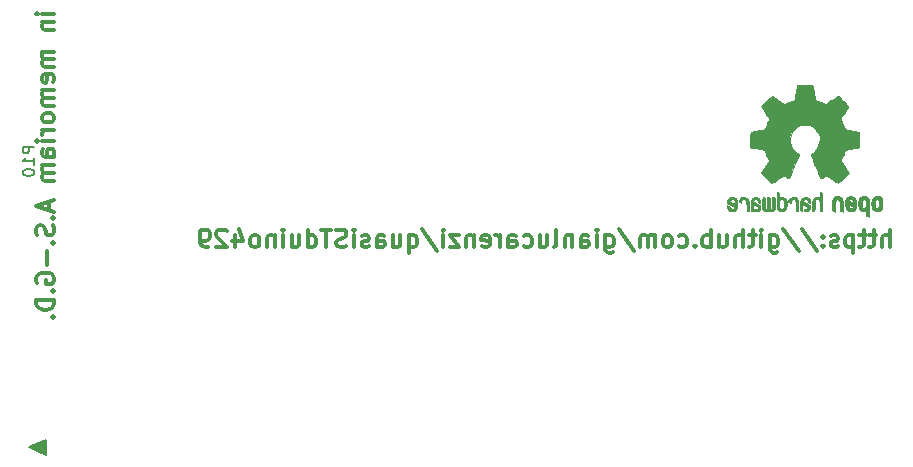
<source format=gbo>
%TF.GenerationSoftware,KiCad,Pcbnew,4.0.2+dfsg1-stable*%
%TF.CreationDate,2019-10-13T22:13:11+02:00*%
%TF.ProjectId,stduinof429,73746475696E6F663432392E6B696361,rev?*%
%TF.FileFunction,Legend,Bot*%
%FSLAX46Y46*%
G04 Gerber Fmt 4.6, Leading zero omitted, Abs format (unit mm)*
G04 Created by KiCad (PCBNEW 4.0.2+dfsg1-stable) date Sun 13 Oct 2019 22:13:11 CEST*
%MOMM*%
G01*
G04 APERTURE LIST*
%ADD10C,0.100000*%
%ADD11C,0.300000*%
%ADD12C,0.010000*%
%ADD13C,0.150000*%
G04 APERTURE END LIST*
D10*
D11*
X93426571Y-86757857D02*
X92426571Y-86757857D01*
X91926571Y-86757857D02*
X91998000Y-86686428D01*
X92069429Y-86757857D01*
X91998000Y-86829285D01*
X91926571Y-86757857D01*
X92069429Y-86757857D01*
X92426571Y-87472143D02*
X93426571Y-87472143D01*
X92569429Y-87472143D02*
X92498000Y-87543571D01*
X92426571Y-87686429D01*
X92426571Y-87900714D01*
X92498000Y-88043571D01*
X92640857Y-88115000D01*
X93426571Y-88115000D01*
X93426571Y-89972143D02*
X92426571Y-89972143D01*
X92569429Y-89972143D02*
X92498000Y-90043571D01*
X92426571Y-90186429D01*
X92426571Y-90400714D01*
X92498000Y-90543571D01*
X92640857Y-90615000D01*
X93426571Y-90615000D01*
X92640857Y-90615000D02*
X92498000Y-90686429D01*
X92426571Y-90829286D01*
X92426571Y-91043571D01*
X92498000Y-91186429D01*
X92640857Y-91257857D01*
X93426571Y-91257857D01*
X93355143Y-92543571D02*
X93426571Y-92400714D01*
X93426571Y-92115000D01*
X93355143Y-91972143D01*
X93212286Y-91900714D01*
X92640857Y-91900714D01*
X92498000Y-91972143D01*
X92426571Y-92115000D01*
X92426571Y-92400714D01*
X92498000Y-92543571D01*
X92640857Y-92615000D01*
X92783714Y-92615000D01*
X92926571Y-91900714D01*
X93426571Y-93257857D02*
X92426571Y-93257857D01*
X92569429Y-93257857D02*
X92498000Y-93329285D01*
X92426571Y-93472143D01*
X92426571Y-93686428D01*
X92498000Y-93829285D01*
X92640857Y-93900714D01*
X93426571Y-93900714D01*
X92640857Y-93900714D02*
X92498000Y-93972143D01*
X92426571Y-94115000D01*
X92426571Y-94329285D01*
X92498000Y-94472143D01*
X92640857Y-94543571D01*
X93426571Y-94543571D01*
X93426571Y-95472143D02*
X93355143Y-95329285D01*
X93283714Y-95257857D01*
X93140857Y-95186428D01*
X92712286Y-95186428D01*
X92569429Y-95257857D01*
X92498000Y-95329285D01*
X92426571Y-95472143D01*
X92426571Y-95686428D01*
X92498000Y-95829285D01*
X92569429Y-95900714D01*
X92712286Y-95972143D01*
X93140857Y-95972143D01*
X93283714Y-95900714D01*
X93355143Y-95829285D01*
X93426571Y-95686428D01*
X93426571Y-95472143D01*
X93426571Y-96615000D02*
X92426571Y-96615000D01*
X92712286Y-96615000D02*
X92569429Y-96686428D01*
X92498000Y-96757857D01*
X92426571Y-96900714D01*
X92426571Y-97043571D01*
X93426571Y-97543571D02*
X92426571Y-97543571D01*
X91926571Y-97543571D02*
X91998000Y-97472142D01*
X92069429Y-97543571D01*
X91998000Y-97614999D01*
X91926571Y-97543571D01*
X92069429Y-97543571D01*
X93426571Y-98900714D02*
X92640857Y-98900714D01*
X92498000Y-98829285D01*
X92426571Y-98686428D01*
X92426571Y-98400714D01*
X92498000Y-98257857D01*
X93355143Y-98900714D02*
X93426571Y-98757857D01*
X93426571Y-98400714D01*
X93355143Y-98257857D01*
X93212286Y-98186428D01*
X93069429Y-98186428D01*
X92926571Y-98257857D01*
X92855143Y-98400714D01*
X92855143Y-98757857D01*
X92783714Y-98900714D01*
X93426571Y-99615000D02*
X92426571Y-99615000D01*
X92569429Y-99615000D02*
X92498000Y-99686428D01*
X92426571Y-99829286D01*
X92426571Y-100043571D01*
X92498000Y-100186428D01*
X92640857Y-100257857D01*
X93426571Y-100257857D01*
X92640857Y-100257857D02*
X92498000Y-100329286D01*
X92426571Y-100472143D01*
X92426571Y-100686428D01*
X92498000Y-100829286D01*
X92640857Y-100900714D01*
X93426571Y-100900714D01*
X92998000Y-102686428D02*
X92998000Y-103400714D01*
X93426571Y-102543571D02*
X91926571Y-103043571D01*
X93426571Y-103543571D01*
X93283714Y-104043571D02*
X93355143Y-104114999D01*
X93426571Y-104043571D01*
X93355143Y-103972142D01*
X93283714Y-104043571D01*
X93426571Y-104043571D01*
X93355143Y-104686428D02*
X93426571Y-104900714D01*
X93426571Y-105257857D01*
X93355143Y-105400714D01*
X93283714Y-105472143D01*
X93140857Y-105543571D01*
X92998000Y-105543571D01*
X92855143Y-105472143D01*
X92783714Y-105400714D01*
X92712286Y-105257857D01*
X92640857Y-104972143D01*
X92569429Y-104829285D01*
X92498000Y-104757857D01*
X92355143Y-104686428D01*
X92212286Y-104686428D01*
X92069429Y-104757857D01*
X91998000Y-104829285D01*
X91926571Y-104972143D01*
X91926571Y-105329285D01*
X91998000Y-105543571D01*
X93283714Y-106186428D02*
X93355143Y-106257856D01*
X93426571Y-106186428D01*
X93355143Y-106114999D01*
X93283714Y-106186428D01*
X93426571Y-106186428D01*
X92855143Y-106900714D02*
X92855143Y-108043571D01*
X91998000Y-109543571D02*
X91926571Y-109400714D01*
X91926571Y-109186428D01*
X91998000Y-108972143D01*
X92140857Y-108829285D01*
X92283714Y-108757857D01*
X92569429Y-108686428D01*
X92783714Y-108686428D01*
X93069429Y-108757857D01*
X93212286Y-108829285D01*
X93355143Y-108972143D01*
X93426571Y-109186428D01*
X93426571Y-109329285D01*
X93355143Y-109543571D01*
X93283714Y-109615000D01*
X92783714Y-109615000D01*
X92783714Y-109329285D01*
X93283714Y-110257857D02*
X93355143Y-110329285D01*
X93426571Y-110257857D01*
X93355143Y-110186428D01*
X93283714Y-110257857D01*
X93426571Y-110257857D01*
X93426571Y-110972143D02*
X91926571Y-110972143D01*
X91926571Y-111329286D01*
X91998000Y-111543571D01*
X92140857Y-111686429D01*
X92283714Y-111757857D01*
X92569429Y-111829286D01*
X92783714Y-111829286D01*
X93069429Y-111757857D01*
X93212286Y-111686429D01*
X93355143Y-111543571D01*
X93426571Y-111329286D01*
X93426571Y-110972143D01*
X93283714Y-112472143D02*
X93355143Y-112543571D01*
X93426571Y-112472143D01*
X93355143Y-112400714D01*
X93283714Y-112472143D01*
X93426571Y-112472143D01*
X164176573Y-106543571D02*
X164176573Y-105043571D01*
X163533716Y-106543571D02*
X163533716Y-105757857D01*
X163605145Y-105615000D01*
X163748002Y-105543571D01*
X163962287Y-105543571D01*
X164105145Y-105615000D01*
X164176573Y-105686429D01*
X163033716Y-105543571D02*
X162462287Y-105543571D01*
X162819430Y-105043571D02*
X162819430Y-106329286D01*
X162748002Y-106472143D01*
X162605144Y-106543571D01*
X162462287Y-106543571D01*
X162176573Y-105543571D02*
X161605144Y-105543571D01*
X161962287Y-105043571D02*
X161962287Y-106329286D01*
X161890859Y-106472143D01*
X161748001Y-106543571D01*
X161605144Y-106543571D01*
X161105144Y-105543571D02*
X161105144Y-107043571D01*
X161105144Y-105615000D02*
X160962287Y-105543571D01*
X160676573Y-105543571D01*
X160533716Y-105615000D01*
X160462287Y-105686429D01*
X160390858Y-105829286D01*
X160390858Y-106257857D01*
X160462287Y-106400714D01*
X160533716Y-106472143D01*
X160676573Y-106543571D01*
X160962287Y-106543571D01*
X161105144Y-106472143D01*
X159819430Y-106472143D02*
X159676573Y-106543571D01*
X159390858Y-106543571D01*
X159248001Y-106472143D01*
X159176573Y-106329286D01*
X159176573Y-106257857D01*
X159248001Y-106115000D01*
X159390858Y-106043571D01*
X159605144Y-106043571D01*
X159748001Y-105972143D01*
X159819430Y-105829286D01*
X159819430Y-105757857D01*
X159748001Y-105615000D01*
X159605144Y-105543571D01*
X159390858Y-105543571D01*
X159248001Y-105615000D01*
X158533715Y-106400714D02*
X158462287Y-106472143D01*
X158533715Y-106543571D01*
X158605144Y-106472143D01*
X158533715Y-106400714D01*
X158533715Y-106543571D01*
X158533715Y-105615000D02*
X158462287Y-105686429D01*
X158533715Y-105757857D01*
X158605144Y-105686429D01*
X158533715Y-105615000D01*
X158533715Y-105757857D01*
X156748001Y-104972143D02*
X158033715Y-106900714D01*
X155176572Y-104972143D02*
X156462286Y-106900714D01*
X154033714Y-105543571D02*
X154033714Y-106757857D01*
X154105143Y-106900714D01*
X154176571Y-106972143D01*
X154319428Y-107043571D01*
X154533714Y-107043571D01*
X154676571Y-106972143D01*
X154033714Y-106472143D02*
X154176571Y-106543571D01*
X154462285Y-106543571D01*
X154605143Y-106472143D01*
X154676571Y-106400714D01*
X154748000Y-106257857D01*
X154748000Y-105829286D01*
X154676571Y-105686429D01*
X154605143Y-105615000D01*
X154462285Y-105543571D01*
X154176571Y-105543571D01*
X154033714Y-105615000D01*
X153319428Y-106543571D02*
X153319428Y-105543571D01*
X153319428Y-105043571D02*
X153390857Y-105115000D01*
X153319428Y-105186429D01*
X153248000Y-105115000D01*
X153319428Y-105043571D01*
X153319428Y-105186429D01*
X152819428Y-105543571D02*
X152247999Y-105543571D01*
X152605142Y-105043571D02*
X152605142Y-106329286D01*
X152533714Y-106472143D01*
X152390856Y-106543571D01*
X152247999Y-106543571D01*
X151747999Y-106543571D02*
X151747999Y-105043571D01*
X151105142Y-106543571D02*
X151105142Y-105757857D01*
X151176571Y-105615000D01*
X151319428Y-105543571D01*
X151533713Y-105543571D01*
X151676571Y-105615000D01*
X151747999Y-105686429D01*
X149747999Y-105543571D02*
X149747999Y-106543571D01*
X150390856Y-105543571D02*
X150390856Y-106329286D01*
X150319428Y-106472143D01*
X150176570Y-106543571D01*
X149962285Y-106543571D01*
X149819428Y-106472143D01*
X149747999Y-106400714D01*
X149033713Y-106543571D02*
X149033713Y-105043571D01*
X149033713Y-105615000D02*
X148890856Y-105543571D01*
X148605142Y-105543571D01*
X148462285Y-105615000D01*
X148390856Y-105686429D01*
X148319427Y-105829286D01*
X148319427Y-106257857D01*
X148390856Y-106400714D01*
X148462285Y-106472143D01*
X148605142Y-106543571D01*
X148890856Y-106543571D01*
X149033713Y-106472143D01*
X147676570Y-106400714D02*
X147605142Y-106472143D01*
X147676570Y-106543571D01*
X147747999Y-106472143D01*
X147676570Y-106400714D01*
X147676570Y-106543571D01*
X146319427Y-106472143D02*
X146462284Y-106543571D01*
X146747998Y-106543571D01*
X146890856Y-106472143D01*
X146962284Y-106400714D01*
X147033713Y-106257857D01*
X147033713Y-105829286D01*
X146962284Y-105686429D01*
X146890856Y-105615000D01*
X146747998Y-105543571D01*
X146462284Y-105543571D01*
X146319427Y-105615000D01*
X145462284Y-106543571D02*
X145605142Y-106472143D01*
X145676570Y-106400714D01*
X145747999Y-106257857D01*
X145747999Y-105829286D01*
X145676570Y-105686429D01*
X145605142Y-105615000D01*
X145462284Y-105543571D01*
X145247999Y-105543571D01*
X145105142Y-105615000D01*
X145033713Y-105686429D01*
X144962284Y-105829286D01*
X144962284Y-106257857D01*
X145033713Y-106400714D01*
X145105142Y-106472143D01*
X145247999Y-106543571D01*
X145462284Y-106543571D01*
X144319427Y-106543571D02*
X144319427Y-105543571D01*
X144319427Y-105686429D02*
X144247999Y-105615000D01*
X144105141Y-105543571D01*
X143890856Y-105543571D01*
X143747999Y-105615000D01*
X143676570Y-105757857D01*
X143676570Y-106543571D01*
X143676570Y-105757857D02*
X143605141Y-105615000D01*
X143462284Y-105543571D01*
X143247999Y-105543571D01*
X143105141Y-105615000D01*
X143033713Y-105757857D01*
X143033713Y-106543571D01*
X141247999Y-104972143D02*
X142533713Y-106900714D01*
X140105141Y-105543571D02*
X140105141Y-106757857D01*
X140176570Y-106900714D01*
X140247998Y-106972143D01*
X140390855Y-107043571D01*
X140605141Y-107043571D01*
X140747998Y-106972143D01*
X140105141Y-106472143D02*
X140247998Y-106543571D01*
X140533712Y-106543571D01*
X140676570Y-106472143D01*
X140747998Y-106400714D01*
X140819427Y-106257857D01*
X140819427Y-105829286D01*
X140747998Y-105686429D01*
X140676570Y-105615000D01*
X140533712Y-105543571D01*
X140247998Y-105543571D01*
X140105141Y-105615000D01*
X139390855Y-106543571D02*
X139390855Y-105543571D01*
X139390855Y-105043571D02*
X139462284Y-105115000D01*
X139390855Y-105186429D01*
X139319427Y-105115000D01*
X139390855Y-105043571D01*
X139390855Y-105186429D01*
X138033712Y-106543571D02*
X138033712Y-105757857D01*
X138105141Y-105615000D01*
X138247998Y-105543571D01*
X138533712Y-105543571D01*
X138676569Y-105615000D01*
X138033712Y-106472143D02*
X138176569Y-106543571D01*
X138533712Y-106543571D01*
X138676569Y-106472143D01*
X138747998Y-106329286D01*
X138747998Y-106186429D01*
X138676569Y-106043571D01*
X138533712Y-105972143D01*
X138176569Y-105972143D01*
X138033712Y-105900714D01*
X137319426Y-105543571D02*
X137319426Y-106543571D01*
X137319426Y-105686429D02*
X137247998Y-105615000D01*
X137105140Y-105543571D01*
X136890855Y-105543571D01*
X136747998Y-105615000D01*
X136676569Y-105757857D01*
X136676569Y-106543571D01*
X135747997Y-106543571D02*
X135890855Y-106472143D01*
X135962283Y-106329286D01*
X135962283Y-105043571D01*
X134533712Y-105543571D02*
X134533712Y-106543571D01*
X135176569Y-105543571D02*
X135176569Y-106329286D01*
X135105141Y-106472143D01*
X134962283Y-106543571D01*
X134747998Y-106543571D01*
X134605141Y-106472143D01*
X134533712Y-106400714D01*
X133176569Y-106472143D02*
X133319426Y-106543571D01*
X133605140Y-106543571D01*
X133747998Y-106472143D01*
X133819426Y-106400714D01*
X133890855Y-106257857D01*
X133890855Y-105829286D01*
X133819426Y-105686429D01*
X133747998Y-105615000D01*
X133605140Y-105543571D01*
X133319426Y-105543571D01*
X133176569Y-105615000D01*
X131890855Y-106543571D02*
X131890855Y-105757857D01*
X131962284Y-105615000D01*
X132105141Y-105543571D01*
X132390855Y-105543571D01*
X132533712Y-105615000D01*
X131890855Y-106472143D02*
X132033712Y-106543571D01*
X132390855Y-106543571D01*
X132533712Y-106472143D01*
X132605141Y-106329286D01*
X132605141Y-106186429D01*
X132533712Y-106043571D01*
X132390855Y-105972143D01*
X132033712Y-105972143D01*
X131890855Y-105900714D01*
X131176569Y-106543571D02*
X131176569Y-105543571D01*
X131176569Y-105829286D02*
X131105141Y-105686429D01*
X131033712Y-105615000D01*
X130890855Y-105543571D01*
X130747998Y-105543571D01*
X129676570Y-106472143D02*
X129819427Y-106543571D01*
X130105141Y-106543571D01*
X130247998Y-106472143D01*
X130319427Y-106329286D01*
X130319427Y-105757857D01*
X130247998Y-105615000D01*
X130105141Y-105543571D01*
X129819427Y-105543571D01*
X129676570Y-105615000D01*
X129605141Y-105757857D01*
X129605141Y-105900714D01*
X130319427Y-106043571D01*
X128962284Y-105543571D02*
X128962284Y-106543571D01*
X128962284Y-105686429D02*
X128890856Y-105615000D01*
X128747998Y-105543571D01*
X128533713Y-105543571D01*
X128390856Y-105615000D01*
X128319427Y-105757857D01*
X128319427Y-106543571D01*
X127747998Y-105543571D02*
X126962284Y-105543571D01*
X127747998Y-106543571D01*
X126962284Y-106543571D01*
X126390855Y-106543571D02*
X126390855Y-105543571D01*
X126390855Y-105043571D02*
X126462284Y-105115000D01*
X126390855Y-105186429D01*
X126319427Y-105115000D01*
X126390855Y-105043571D01*
X126390855Y-105186429D01*
X124605141Y-104972143D02*
X125890855Y-106900714D01*
X123462283Y-105543571D02*
X123462283Y-107043571D01*
X123462283Y-106472143D02*
X123605140Y-106543571D01*
X123890854Y-106543571D01*
X124033712Y-106472143D01*
X124105140Y-106400714D01*
X124176569Y-106257857D01*
X124176569Y-105829286D01*
X124105140Y-105686429D01*
X124033712Y-105615000D01*
X123890854Y-105543571D01*
X123605140Y-105543571D01*
X123462283Y-105615000D01*
X122105140Y-105543571D02*
X122105140Y-106543571D01*
X122747997Y-105543571D02*
X122747997Y-106329286D01*
X122676569Y-106472143D01*
X122533711Y-106543571D01*
X122319426Y-106543571D01*
X122176569Y-106472143D01*
X122105140Y-106400714D01*
X120747997Y-106543571D02*
X120747997Y-105757857D01*
X120819426Y-105615000D01*
X120962283Y-105543571D01*
X121247997Y-105543571D01*
X121390854Y-105615000D01*
X120747997Y-106472143D02*
X120890854Y-106543571D01*
X121247997Y-106543571D01*
X121390854Y-106472143D01*
X121462283Y-106329286D01*
X121462283Y-106186429D01*
X121390854Y-106043571D01*
X121247997Y-105972143D01*
X120890854Y-105972143D01*
X120747997Y-105900714D01*
X120105140Y-106472143D02*
X119962283Y-106543571D01*
X119676568Y-106543571D01*
X119533711Y-106472143D01*
X119462283Y-106329286D01*
X119462283Y-106257857D01*
X119533711Y-106115000D01*
X119676568Y-106043571D01*
X119890854Y-106043571D01*
X120033711Y-105972143D01*
X120105140Y-105829286D01*
X120105140Y-105757857D01*
X120033711Y-105615000D01*
X119890854Y-105543571D01*
X119676568Y-105543571D01*
X119533711Y-105615000D01*
X118819425Y-106543571D02*
X118819425Y-105543571D01*
X118819425Y-105043571D02*
X118890854Y-105115000D01*
X118819425Y-105186429D01*
X118747997Y-105115000D01*
X118819425Y-105043571D01*
X118819425Y-105186429D01*
X118176568Y-106472143D02*
X117962282Y-106543571D01*
X117605139Y-106543571D01*
X117462282Y-106472143D01*
X117390853Y-106400714D01*
X117319425Y-106257857D01*
X117319425Y-106115000D01*
X117390853Y-105972143D01*
X117462282Y-105900714D01*
X117605139Y-105829286D01*
X117890853Y-105757857D01*
X118033711Y-105686429D01*
X118105139Y-105615000D01*
X118176568Y-105472143D01*
X118176568Y-105329286D01*
X118105139Y-105186429D01*
X118033711Y-105115000D01*
X117890853Y-105043571D01*
X117533711Y-105043571D01*
X117319425Y-105115000D01*
X116890854Y-105043571D02*
X116033711Y-105043571D01*
X116462282Y-106543571D02*
X116462282Y-105043571D01*
X114890854Y-106543571D02*
X114890854Y-105043571D01*
X114890854Y-106472143D02*
X115033711Y-106543571D01*
X115319425Y-106543571D01*
X115462283Y-106472143D01*
X115533711Y-106400714D01*
X115605140Y-106257857D01*
X115605140Y-105829286D01*
X115533711Y-105686429D01*
X115462283Y-105615000D01*
X115319425Y-105543571D01*
X115033711Y-105543571D01*
X114890854Y-105615000D01*
X113533711Y-105543571D02*
X113533711Y-106543571D01*
X114176568Y-105543571D02*
X114176568Y-106329286D01*
X114105140Y-106472143D01*
X113962282Y-106543571D01*
X113747997Y-106543571D01*
X113605140Y-106472143D01*
X113533711Y-106400714D01*
X112819425Y-106543571D02*
X112819425Y-105543571D01*
X112819425Y-105043571D02*
X112890854Y-105115000D01*
X112819425Y-105186429D01*
X112747997Y-105115000D01*
X112819425Y-105043571D01*
X112819425Y-105186429D01*
X112105139Y-105543571D02*
X112105139Y-106543571D01*
X112105139Y-105686429D02*
X112033711Y-105615000D01*
X111890853Y-105543571D01*
X111676568Y-105543571D01*
X111533711Y-105615000D01*
X111462282Y-105757857D01*
X111462282Y-106543571D01*
X110533710Y-106543571D02*
X110676568Y-106472143D01*
X110747996Y-106400714D01*
X110819425Y-106257857D01*
X110819425Y-105829286D01*
X110747996Y-105686429D01*
X110676568Y-105615000D01*
X110533710Y-105543571D01*
X110319425Y-105543571D01*
X110176568Y-105615000D01*
X110105139Y-105686429D01*
X110033710Y-105829286D01*
X110033710Y-106257857D01*
X110105139Y-106400714D01*
X110176568Y-106472143D01*
X110319425Y-106543571D01*
X110533710Y-106543571D01*
X108747996Y-105543571D02*
X108747996Y-106543571D01*
X109105139Y-104972143D02*
X109462282Y-106043571D01*
X108533710Y-106043571D01*
X108033711Y-105186429D02*
X107962282Y-105115000D01*
X107819425Y-105043571D01*
X107462282Y-105043571D01*
X107319425Y-105115000D01*
X107247996Y-105186429D01*
X107176568Y-105329286D01*
X107176568Y-105472143D01*
X107247996Y-105686429D01*
X108105139Y-106543571D01*
X107176568Y-106543571D01*
X106462283Y-106543571D02*
X106176568Y-106543571D01*
X106033711Y-106472143D01*
X105962283Y-106400714D01*
X105819425Y-106186429D01*
X105747997Y-105900714D01*
X105747997Y-105329286D01*
X105819425Y-105186429D01*
X105890854Y-105115000D01*
X106033711Y-105043571D01*
X106319425Y-105043571D01*
X106462283Y-105115000D01*
X106533711Y-105186429D01*
X106605140Y-105329286D01*
X106605140Y-105686429D01*
X106533711Y-105829286D01*
X106462283Y-105900714D01*
X106319425Y-105972143D01*
X106033711Y-105972143D01*
X105890854Y-105900714D01*
X105819425Y-105829286D01*
X105747997Y-105686429D01*
D12*
G36*
X161826100Y-102226903D02*
X161714550Y-102282522D01*
X161616092Y-102384931D01*
X161588977Y-102422864D01*
X161559438Y-102472500D01*
X161540272Y-102526412D01*
X161529307Y-102598364D01*
X161524371Y-102702122D01*
X161523287Y-102839101D01*
X161528182Y-103026815D01*
X161545196Y-103167758D01*
X161577823Y-103272908D01*
X161629558Y-103353243D01*
X161703896Y-103419741D01*
X161709358Y-103423678D01*
X161782620Y-103463953D01*
X161870840Y-103483880D01*
X161983038Y-103488793D01*
X162165433Y-103488793D01*
X162165509Y-103665857D01*
X162167207Y-103764470D01*
X162177550Y-103822314D01*
X162204578Y-103857006D01*
X162256332Y-103886164D01*
X162268761Y-103892121D01*
X162326923Y-103920039D01*
X162371956Y-103937672D01*
X162405441Y-103939194D01*
X162428962Y-103918781D01*
X162444100Y-103870607D01*
X162452437Y-103788846D01*
X162455556Y-103667672D01*
X162455040Y-103501260D01*
X162452471Y-103283785D01*
X162451668Y-103218736D01*
X162448778Y-102994502D01*
X162446188Y-102847821D01*
X162165586Y-102847821D01*
X162164009Y-102972326D01*
X162157000Y-103053787D01*
X162141142Y-103107515D01*
X162113019Y-103148823D01*
X162093925Y-103168971D01*
X162015865Y-103227921D01*
X161946753Y-103232720D01*
X161875440Y-103184038D01*
X161873632Y-103182241D01*
X161844617Y-103144618D01*
X161826967Y-103093484D01*
X161818064Y-103014738D01*
X161815291Y-102894276D01*
X161815241Y-102867588D01*
X161821942Y-102701583D01*
X161843752Y-102586505D01*
X161883235Y-102516254D01*
X161942956Y-102484729D01*
X161977472Y-102481552D01*
X162059389Y-102496460D01*
X162115579Y-102545548D01*
X162149402Y-102635362D01*
X162164220Y-102772445D01*
X162165586Y-102847821D01*
X162446188Y-102847821D01*
X162445713Y-102820952D01*
X162441753Y-102690382D01*
X162436174Y-102595087D01*
X162428254Y-102527364D01*
X162417269Y-102479507D01*
X162402499Y-102443813D01*
X162383218Y-102412578D01*
X162374951Y-102400824D01*
X162265288Y-102289797D01*
X162126635Y-102226847D01*
X161966246Y-102209297D01*
X161826100Y-102226903D01*
X161826100Y-102226903D01*
G37*
X161826100Y-102226903D02*
X161714550Y-102282522D01*
X161616092Y-102384931D01*
X161588977Y-102422864D01*
X161559438Y-102472500D01*
X161540272Y-102526412D01*
X161529307Y-102598364D01*
X161524371Y-102702122D01*
X161523287Y-102839101D01*
X161528182Y-103026815D01*
X161545196Y-103167758D01*
X161577823Y-103272908D01*
X161629558Y-103353243D01*
X161703896Y-103419741D01*
X161709358Y-103423678D01*
X161782620Y-103463953D01*
X161870840Y-103483880D01*
X161983038Y-103488793D01*
X162165433Y-103488793D01*
X162165509Y-103665857D01*
X162167207Y-103764470D01*
X162177550Y-103822314D01*
X162204578Y-103857006D01*
X162256332Y-103886164D01*
X162268761Y-103892121D01*
X162326923Y-103920039D01*
X162371956Y-103937672D01*
X162405441Y-103939194D01*
X162428962Y-103918781D01*
X162444100Y-103870607D01*
X162452437Y-103788846D01*
X162455556Y-103667672D01*
X162455040Y-103501260D01*
X162452471Y-103283785D01*
X162451668Y-103218736D01*
X162448778Y-102994502D01*
X162446188Y-102847821D01*
X162165586Y-102847821D01*
X162164009Y-102972326D01*
X162157000Y-103053787D01*
X162141142Y-103107515D01*
X162113019Y-103148823D01*
X162093925Y-103168971D01*
X162015865Y-103227921D01*
X161946753Y-103232720D01*
X161875440Y-103184038D01*
X161873632Y-103182241D01*
X161844617Y-103144618D01*
X161826967Y-103093484D01*
X161818064Y-103014738D01*
X161815291Y-102894276D01*
X161815241Y-102867588D01*
X161821942Y-102701583D01*
X161843752Y-102586505D01*
X161883235Y-102516254D01*
X161942956Y-102484729D01*
X161977472Y-102481552D01*
X162059389Y-102496460D01*
X162115579Y-102545548D01*
X162149402Y-102635362D01*
X162164220Y-102772445D01*
X162165586Y-102847821D01*
X162446188Y-102847821D01*
X162445713Y-102820952D01*
X162441753Y-102690382D01*
X162436174Y-102595087D01*
X162428254Y-102527364D01*
X162417269Y-102479507D01*
X162402499Y-102443813D01*
X162383218Y-102412578D01*
X162374951Y-102400824D01*
X162265288Y-102289797D01*
X162126635Y-102226847D01*
X161966246Y-102209297D01*
X161826100Y-102226903D01*
G36*
X159580571Y-102242719D02*
X159486877Y-102296914D01*
X159421736Y-102350707D01*
X159374093Y-102407066D01*
X159341272Y-102475987D01*
X159320594Y-102567468D01*
X159309380Y-102691506D01*
X159304951Y-102858098D01*
X159304437Y-102977851D01*
X159304437Y-103418659D01*
X159428517Y-103474283D01*
X159552598Y-103529907D01*
X159567195Y-103047095D01*
X159573227Y-102866779D01*
X159579555Y-102735901D01*
X159587394Y-102645511D01*
X159597963Y-102586664D01*
X159612477Y-102550413D01*
X159632152Y-102527810D01*
X159638465Y-102522917D01*
X159734112Y-102484706D01*
X159830793Y-102499827D01*
X159888345Y-102539943D01*
X159911755Y-102568370D01*
X159927961Y-102605672D01*
X159938259Y-102662223D01*
X159943951Y-102748394D01*
X159946336Y-102874558D01*
X159946736Y-103006042D01*
X159946814Y-103170999D01*
X159949639Y-103287761D01*
X159959093Y-103366510D01*
X159979060Y-103417431D01*
X160013424Y-103450706D01*
X160066068Y-103476520D01*
X160136383Y-103503344D01*
X160213180Y-103532542D01*
X160204038Y-103014346D01*
X160200357Y-102827539D01*
X160196050Y-102689490D01*
X160189877Y-102590568D01*
X160180598Y-102521145D01*
X160166973Y-102471590D01*
X160147761Y-102432273D01*
X160124598Y-102397584D01*
X160012848Y-102286770D01*
X159876487Y-102222689D01*
X159728175Y-102207339D01*
X159580571Y-102242719D01*
X159580571Y-102242719D01*
G37*
X159580571Y-102242719D02*
X159486877Y-102296914D01*
X159421736Y-102350707D01*
X159374093Y-102407066D01*
X159341272Y-102475987D01*
X159320594Y-102567468D01*
X159309380Y-102691506D01*
X159304951Y-102858098D01*
X159304437Y-102977851D01*
X159304437Y-103418659D01*
X159428517Y-103474283D01*
X159552598Y-103529907D01*
X159567195Y-103047095D01*
X159573227Y-102866779D01*
X159579555Y-102735901D01*
X159587394Y-102645511D01*
X159597963Y-102586664D01*
X159612477Y-102550413D01*
X159632152Y-102527810D01*
X159638465Y-102522917D01*
X159734112Y-102484706D01*
X159830793Y-102499827D01*
X159888345Y-102539943D01*
X159911755Y-102568370D01*
X159927961Y-102605672D01*
X159938259Y-102662223D01*
X159943951Y-102748394D01*
X159946336Y-102874558D01*
X159946736Y-103006042D01*
X159946814Y-103170999D01*
X159949639Y-103287761D01*
X159959093Y-103366510D01*
X159979060Y-103417431D01*
X160013424Y-103450706D01*
X160066068Y-103476520D01*
X160136383Y-103503344D01*
X160213180Y-103532542D01*
X160204038Y-103014346D01*
X160200357Y-102827539D01*
X160196050Y-102689490D01*
X160189877Y-102590568D01*
X160180598Y-102521145D01*
X160166973Y-102471590D01*
X160147761Y-102432273D01*
X160124598Y-102397584D01*
X160012848Y-102286770D01*
X159876487Y-102222689D01*
X159728175Y-102207339D01*
X159580571Y-102242719D01*
G36*
X162949779Y-102231015D02*
X162812939Y-102302968D01*
X162711949Y-102418766D01*
X162676075Y-102493213D01*
X162648161Y-102604992D01*
X162633871Y-102746227D01*
X162632516Y-102900371D01*
X162643405Y-103050879D01*
X162665847Y-103181205D01*
X162699150Y-103274803D01*
X162709385Y-103290922D01*
X162830618Y-103411249D01*
X162974613Y-103483317D01*
X163130861Y-103504408D01*
X163288852Y-103471802D01*
X163332820Y-103452253D01*
X163418444Y-103392012D01*
X163493592Y-103312135D01*
X163500694Y-103302004D01*
X163529561Y-103253181D01*
X163548643Y-103200990D01*
X163559916Y-103132285D01*
X163565355Y-103033918D01*
X163566938Y-102892744D01*
X163566965Y-102861092D01*
X163566893Y-102851019D01*
X163275011Y-102851019D01*
X163273313Y-102984256D01*
X163266628Y-103072674D01*
X163252575Y-103129785D01*
X163228771Y-103169102D01*
X163216621Y-103182241D01*
X163146764Y-103232172D01*
X163078941Y-103229895D01*
X163010365Y-103186584D01*
X162969465Y-103140346D01*
X162945242Y-103072857D01*
X162931639Y-102966433D01*
X162930706Y-102954020D01*
X162928384Y-102761147D01*
X162952650Y-102617900D01*
X163003176Y-102525160D01*
X163079632Y-102483807D01*
X163106924Y-102481552D01*
X163178589Y-102492893D01*
X163227610Y-102532184D01*
X163257582Y-102607326D01*
X163272101Y-102726222D01*
X163275011Y-102851019D01*
X163566893Y-102851019D01*
X163565878Y-102710659D01*
X163561312Y-102605549D01*
X163551312Y-102532714D01*
X163533921Y-102479108D01*
X163507184Y-102431681D01*
X163501276Y-102422864D01*
X163401968Y-102304007D01*
X163293758Y-102235008D01*
X163162019Y-102207619D01*
X163117283Y-102206281D01*
X162949779Y-102231015D01*
X162949779Y-102231015D01*
G37*
X162949779Y-102231015D02*
X162812939Y-102302968D01*
X162711949Y-102418766D01*
X162676075Y-102493213D01*
X162648161Y-102604992D01*
X162633871Y-102746227D01*
X162632516Y-102900371D01*
X162643405Y-103050879D01*
X162665847Y-103181205D01*
X162699150Y-103274803D01*
X162709385Y-103290922D01*
X162830618Y-103411249D01*
X162974613Y-103483317D01*
X163130861Y-103504408D01*
X163288852Y-103471802D01*
X163332820Y-103452253D01*
X163418444Y-103392012D01*
X163493592Y-103312135D01*
X163500694Y-103302004D01*
X163529561Y-103253181D01*
X163548643Y-103200990D01*
X163559916Y-103132285D01*
X163565355Y-103033918D01*
X163566938Y-102892744D01*
X163566965Y-102861092D01*
X163566893Y-102851019D01*
X163275011Y-102851019D01*
X163273313Y-102984256D01*
X163266628Y-103072674D01*
X163252575Y-103129785D01*
X163228771Y-103169102D01*
X163216621Y-103182241D01*
X163146764Y-103232172D01*
X163078941Y-103229895D01*
X163010365Y-103186584D01*
X162969465Y-103140346D01*
X162945242Y-103072857D01*
X162931639Y-102966433D01*
X162930706Y-102954020D01*
X162928384Y-102761147D01*
X162952650Y-102617900D01*
X163003176Y-102525160D01*
X163079632Y-102483807D01*
X163106924Y-102481552D01*
X163178589Y-102492893D01*
X163227610Y-102532184D01*
X163257582Y-102607326D01*
X163272101Y-102726222D01*
X163275011Y-102851019D01*
X163566893Y-102851019D01*
X163565878Y-102710659D01*
X163561312Y-102605549D01*
X163551312Y-102532714D01*
X163533921Y-102479108D01*
X163507184Y-102431681D01*
X163501276Y-102422864D01*
X163401968Y-102304007D01*
X163293758Y-102235008D01*
X163162019Y-102207619D01*
X163117283Y-102206281D01*
X162949779Y-102231015D01*
G36*
X160682448Y-102249676D02*
X160567342Y-102327111D01*
X160478389Y-102438949D01*
X160425251Y-102581265D01*
X160414503Y-102686015D01*
X160415724Y-102729726D01*
X160425944Y-102763194D01*
X160454039Y-102793179D01*
X160508884Y-102826440D01*
X160599355Y-102869738D01*
X160734328Y-102929833D01*
X160735011Y-102930134D01*
X160859249Y-102987037D01*
X160961127Y-103037565D01*
X161030233Y-103076280D01*
X161056154Y-103097740D01*
X161056161Y-103097913D01*
X161033315Y-103144644D01*
X160979891Y-103196154D01*
X160918558Y-103233261D01*
X160887485Y-103240632D01*
X160802711Y-103215138D01*
X160729707Y-103151291D01*
X160694087Y-103081094D01*
X160659820Y-103029343D01*
X160592697Y-102970409D01*
X160513792Y-102919496D01*
X160444179Y-102891809D01*
X160429623Y-102890287D01*
X160413237Y-102915321D01*
X160412250Y-102979311D01*
X160424292Y-103065593D01*
X160446993Y-103157501D01*
X160477986Y-103238369D01*
X160479552Y-103241509D01*
X160572819Y-103371734D01*
X160693696Y-103460311D01*
X160830973Y-103503786D01*
X160973440Y-103498706D01*
X161109888Y-103441616D01*
X161115955Y-103437602D01*
X161223290Y-103340326D01*
X161293868Y-103213409D01*
X161332926Y-103046526D01*
X161338168Y-102999639D01*
X161347452Y-102778329D01*
X161336322Y-102675124D01*
X161056161Y-102675124D01*
X161052521Y-102739503D01*
X161032611Y-102758291D01*
X160982974Y-102744235D01*
X160904733Y-102711009D01*
X160817274Y-102669359D01*
X160815101Y-102668256D01*
X160740970Y-102629265D01*
X160711219Y-102603244D01*
X160718555Y-102575965D01*
X160749447Y-102540121D01*
X160828040Y-102488251D01*
X160912677Y-102484439D01*
X160988597Y-102522189D01*
X161041035Y-102595001D01*
X161056161Y-102675124D01*
X161336322Y-102675124D01*
X161328356Y-102601261D01*
X161279366Y-102460829D01*
X161211164Y-102362447D01*
X161088065Y-102263030D01*
X160952472Y-102213711D01*
X160814045Y-102210568D01*
X160682448Y-102249676D01*
X160682448Y-102249676D01*
G37*
X160682448Y-102249676D02*
X160567342Y-102327111D01*
X160478389Y-102438949D01*
X160425251Y-102581265D01*
X160414503Y-102686015D01*
X160415724Y-102729726D01*
X160425944Y-102763194D01*
X160454039Y-102793179D01*
X160508884Y-102826440D01*
X160599355Y-102869738D01*
X160734328Y-102929833D01*
X160735011Y-102930134D01*
X160859249Y-102987037D01*
X160961127Y-103037565D01*
X161030233Y-103076280D01*
X161056154Y-103097740D01*
X161056161Y-103097913D01*
X161033315Y-103144644D01*
X160979891Y-103196154D01*
X160918558Y-103233261D01*
X160887485Y-103240632D01*
X160802711Y-103215138D01*
X160729707Y-103151291D01*
X160694087Y-103081094D01*
X160659820Y-103029343D01*
X160592697Y-102970409D01*
X160513792Y-102919496D01*
X160444179Y-102891809D01*
X160429623Y-102890287D01*
X160413237Y-102915321D01*
X160412250Y-102979311D01*
X160424292Y-103065593D01*
X160446993Y-103157501D01*
X160477986Y-103238369D01*
X160479552Y-103241509D01*
X160572819Y-103371734D01*
X160693696Y-103460311D01*
X160830973Y-103503786D01*
X160973440Y-103498706D01*
X161109888Y-103441616D01*
X161115955Y-103437602D01*
X161223290Y-103340326D01*
X161293868Y-103213409D01*
X161332926Y-103046526D01*
X161338168Y-102999639D01*
X161347452Y-102778329D01*
X161336322Y-102675124D01*
X161056161Y-102675124D01*
X161052521Y-102739503D01*
X161032611Y-102758291D01*
X160982974Y-102744235D01*
X160904733Y-102711009D01*
X160817274Y-102669359D01*
X160815101Y-102668256D01*
X160740970Y-102629265D01*
X160711219Y-102603244D01*
X160718555Y-102575965D01*
X160749447Y-102540121D01*
X160828040Y-102488251D01*
X160912677Y-102484439D01*
X160988597Y-102522189D01*
X161041035Y-102595001D01*
X161056161Y-102675124D01*
X161336322Y-102675124D01*
X161328356Y-102601261D01*
X161279366Y-102460829D01*
X161211164Y-102362447D01*
X161088065Y-102263030D01*
X160952472Y-102213711D01*
X160814045Y-102210568D01*
X160682448Y-102249676D01*
G36*
X158253402Y-102088857D02*
X158244846Y-102208188D01*
X158235019Y-102278506D01*
X158221401Y-102309179D01*
X158201473Y-102309571D01*
X158195011Y-102305910D01*
X158109060Y-102279398D01*
X157997255Y-102280946D01*
X157883586Y-102308199D01*
X157812490Y-102343455D01*
X157739595Y-102399778D01*
X157686307Y-102463519D01*
X157649725Y-102544510D01*
X157626950Y-102652586D01*
X157615081Y-102797580D01*
X157611218Y-102989326D01*
X157611149Y-103026109D01*
X157611103Y-103439288D01*
X157703046Y-103471339D01*
X157768348Y-103493144D01*
X157804176Y-103503297D01*
X157805230Y-103503391D01*
X157808758Y-103475860D01*
X157811761Y-103399923D01*
X157814010Y-103285565D01*
X157815276Y-103142769D01*
X157815471Y-103055951D01*
X157815877Y-102884773D01*
X157817968Y-102762088D01*
X157823053Y-102678000D01*
X157832440Y-102622614D01*
X157847439Y-102586032D01*
X157869358Y-102558359D01*
X157883043Y-102545032D01*
X157977051Y-102491328D01*
X158079636Y-102487307D01*
X158172710Y-102532725D01*
X158189922Y-102549123D01*
X158215168Y-102579957D01*
X158232680Y-102616531D01*
X158243858Y-102669415D01*
X158250104Y-102749177D01*
X158252818Y-102866385D01*
X158253402Y-103027991D01*
X158253402Y-103439288D01*
X158345345Y-103471339D01*
X158410647Y-103493144D01*
X158446475Y-103503297D01*
X158447529Y-103503391D01*
X158450225Y-103475448D01*
X158452655Y-103396630D01*
X158454722Y-103274453D01*
X158456329Y-103116432D01*
X158457377Y-102930083D01*
X158457769Y-102722920D01*
X158457770Y-102713706D01*
X158457770Y-101924020D01*
X158362885Y-101883997D01*
X158268000Y-101843973D01*
X158253402Y-102088857D01*
X158253402Y-102088857D01*
G37*
X158253402Y-102088857D02*
X158244846Y-102208188D01*
X158235019Y-102278506D01*
X158221401Y-102309179D01*
X158201473Y-102309571D01*
X158195011Y-102305910D01*
X158109060Y-102279398D01*
X157997255Y-102280946D01*
X157883586Y-102308199D01*
X157812490Y-102343455D01*
X157739595Y-102399778D01*
X157686307Y-102463519D01*
X157649725Y-102544510D01*
X157626950Y-102652586D01*
X157615081Y-102797580D01*
X157611218Y-102989326D01*
X157611149Y-103026109D01*
X157611103Y-103439288D01*
X157703046Y-103471339D01*
X157768348Y-103493144D01*
X157804176Y-103503297D01*
X157805230Y-103503391D01*
X157808758Y-103475860D01*
X157811761Y-103399923D01*
X157814010Y-103285565D01*
X157815276Y-103142769D01*
X157815471Y-103055951D01*
X157815877Y-102884773D01*
X157817968Y-102762088D01*
X157823053Y-102678000D01*
X157832440Y-102622614D01*
X157847439Y-102586032D01*
X157869358Y-102558359D01*
X157883043Y-102545032D01*
X157977051Y-102491328D01*
X158079636Y-102487307D01*
X158172710Y-102532725D01*
X158189922Y-102549123D01*
X158215168Y-102579957D01*
X158232680Y-102616531D01*
X158243858Y-102669415D01*
X158250104Y-102749177D01*
X158252818Y-102866385D01*
X158253402Y-103027991D01*
X158253402Y-103439288D01*
X158345345Y-103471339D01*
X158410647Y-103493144D01*
X158446475Y-103503297D01*
X158447529Y-103503391D01*
X158450225Y-103475448D01*
X158452655Y-103396630D01*
X158454722Y-103274453D01*
X158456329Y-103116432D01*
X158457377Y-102930083D01*
X158457769Y-102722920D01*
X158457770Y-102713706D01*
X158457770Y-101924020D01*
X158362885Y-101883997D01*
X158268000Y-101843973D01*
X158253402Y-102088857D01*
G36*
X156918056Y-102289360D02*
X156803657Y-102331842D01*
X156802348Y-102332658D01*
X156731597Y-102384730D01*
X156679364Y-102445584D01*
X156642629Y-102524887D01*
X156618366Y-102632309D01*
X156603555Y-102777517D01*
X156595171Y-102970179D01*
X156594436Y-102997628D01*
X156583880Y-103411521D01*
X156672709Y-103457456D01*
X156736982Y-103488498D01*
X156775790Y-103503206D01*
X156777585Y-103503391D01*
X156784300Y-103476250D01*
X156789635Y-103403041D01*
X156792917Y-103296081D01*
X156793632Y-103209469D01*
X156793649Y-103069162D01*
X156800063Y-102981051D01*
X156822420Y-102939025D01*
X156870268Y-102936975D01*
X156953151Y-102968790D01*
X157078287Y-103027272D01*
X157170303Y-103075845D01*
X157217629Y-103117986D01*
X157231542Y-103163916D01*
X157231563Y-103166189D01*
X157208605Y-103245311D01*
X157140630Y-103288055D01*
X157036602Y-103294246D01*
X156961670Y-103293172D01*
X156922161Y-103314753D01*
X156897522Y-103366591D01*
X156883341Y-103432632D01*
X156903777Y-103470104D01*
X156911472Y-103475467D01*
X156983917Y-103497006D01*
X157085367Y-103500055D01*
X157189843Y-103485778D01*
X157263875Y-103459688D01*
X157366228Y-103372785D01*
X157424409Y-103251816D01*
X157435931Y-103157308D01*
X157427138Y-103072062D01*
X157395320Y-103002476D01*
X157332316Y-102940672D01*
X157229969Y-102878772D01*
X157080118Y-102808897D01*
X157070988Y-102804948D01*
X156936003Y-102742588D01*
X156852706Y-102691446D01*
X156817003Y-102645488D01*
X156824797Y-102598683D01*
X156871993Y-102544998D01*
X156886106Y-102532644D01*
X156980641Y-102484741D01*
X157078594Y-102486758D01*
X157163903Y-102533724D01*
X157220504Y-102620669D01*
X157225763Y-102637734D01*
X157276977Y-102720504D01*
X157341963Y-102760372D01*
X157435931Y-102799882D01*
X157435931Y-102697658D01*
X157407347Y-102549072D01*
X157322505Y-102412784D01*
X157278355Y-102367191D01*
X157177995Y-102308674D01*
X157050365Y-102282184D01*
X156918056Y-102289360D01*
X156918056Y-102289360D01*
G37*
X156918056Y-102289360D02*
X156803657Y-102331842D01*
X156802348Y-102332658D01*
X156731597Y-102384730D01*
X156679364Y-102445584D01*
X156642629Y-102524887D01*
X156618366Y-102632309D01*
X156603555Y-102777517D01*
X156595171Y-102970179D01*
X156594436Y-102997628D01*
X156583880Y-103411521D01*
X156672709Y-103457456D01*
X156736982Y-103488498D01*
X156775790Y-103503206D01*
X156777585Y-103503391D01*
X156784300Y-103476250D01*
X156789635Y-103403041D01*
X156792917Y-103296081D01*
X156793632Y-103209469D01*
X156793649Y-103069162D01*
X156800063Y-102981051D01*
X156822420Y-102939025D01*
X156870268Y-102936975D01*
X156953151Y-102968790D01*
X157078287Y-103027272D01*
X157170303Y-103075845D01*
X157217629Y-103117986D01*
X157231542Y-103163916D01*
X157231563Y-103166189D01*
X157208605Y-103245311D01*
X157140630Y-103288055D01*
X157036602Y-103294246D01*
X156961670Y-103293172D01*
X156922161Y-103314753D01*
X156897522Y-103366591D01*
X156883341Y-103432632D01*
X156903777Y-103470104D01*
X156911472Y-103475467D01*
X156983917Y-103497006D01*
X157085367Y-103500055D01*
X157189843Y-103485778D01*
X157263875Y-103459688D01*
X157366228Y-103372785D01*
X157424409Y-103251816D01*
X157435931Y-103157308D01*
X157427138Y-103072062D01*
X157395320Y-103002476D01*
X157332316Y-102940672D01*
X157229969Y-102878772D01*
X157080118Y-102808897D01*
X157070988Y-102804948D01*
X156936003Y-102742588D01*
X156852706Y-102691446D01*
X156817003Y-102645488D01*
X156824797Y-102598683D01*
X156871993Y-102544998D01*
X156886106Y-102532644D01*
X156980641Y-102484741D01*
X157078594Y-102486758D01*
X157163903Y-102533724D01*
X157220504Y-102620669D01*
X157225763Y-102637734D01*
X157276977Y-102720504D01*
X157341963Y-102760372D01*
X157435931Y-102799882D01*
X157435931Y-102697658D01*
X157407347Y-102549072D01*
X157322505Y-102412784D01*
X157278355Y-102367191D01*
X157177995Y-102308674D01*
X157050365Y-102282184D01*
X156918056Y-102289360D01*
G36*
X155932057Y-102286920D02*
X155799435Y-102335859D01*
X155691990Y-102422419D01*
X155649968Y-102483352D01*
X155604157Y-102595161D01*
X155605109Y-102676006D01*
X155653192Y-102730378D01*
X155670983Y-102739624D01*
X155747796Y-102768450D01*
X155787024Y-102761065D01*
X155800311Y-102712658D01*
X155800988Y-102685920D01*
X155825314Y-102587548D01*
X155888719Y-102518734D01*
X155976846Y-102485498D01*
X156075337Y-102493861D01*
X156155398Y-102537296D01*
X156182439Y-102562072D01*
X156201606Y-102592129D01*
X156214554Y-102637565D01*
X156222936Y-102708476D01*
X156228407Y-102814960D01*
X156232622Y-102967112D01*
X156233713Y-103015287D01*
X156237693Y-103180095D01*
X156242219Y-103296088D01*
X156249005Y-103372833D01*
X156259769Y-103419893D01*
X156276227Y-103446835D01*
X156300094Y-103463223D01*
X156315374Y-103470463D01*
X156380267Y-103495220D01*
X156418466Y-103503391D01*
X156431088Y-103476103D01*
X156438792Y-103393603D01*
X156441620Y-103254941D01*
X156439614Y-103059162D01*
X156438989Y-103028965D01*
X156434579Y-102850349D01*
X156429365Y-102719923D01*
X156421945Y-102627492D01*
X156410918Y-102562858D01*
X156394883Y-102515825D01*
X156372439Y-102476196D01*
X156360698Y-102459215D01*
X156293381Y-102384080D01*
X156218090Y-102325638D01*
X156208872Y-102320536D01*
X156073867Y-102280260D01*
X155932057Y-102286920D01*
X155932057Y-102286920D01*
G37*
X155932057Y-102286920D02*
X155799435Y-102335859D01*
X155691990Y-102422419D01*
X155649968Y-102483352D01*
X155604157Y-102595161D01*
X155605109Y-102676006D01*
X155653192Y-102730378D01*
X155670983Y-102739624D01*
X155747796Y-102768450D01*
X155787024Y-102761065D01*
X155800311Y-102712658D01*
X155800988Y-102685920D01*
X155825314Y-102587548D01*
X155888719Y-102518734D01*
X155976846Y-102485498D01*
X156075337Y-102493861D01*
X156155398Y-102537296D01*
X156182439Y-102562072D01*
X156201606Y-102592129D01*
X156214554Y-102637565D01*
X156222936Y-102708476D01*
X156228407Y-102814960D01*
X156232622Y-102967112D01*
X156233713Y-103015287D01*
X156237693Y-103180095D01*
X156242219Y-103296088D01*
X156249005Y-103372833D01*
X156259769Y-103419893D01*
X156276227Y-103446835D01*
X156300094Y-103463223D01*
X156315374Y-103470463D01*
X156380267Y-103495220D01*
X156418466Y-103503391D01*
X156431088Y-103476103D01*
X156438792Y-103393603D01*
X156441620Y-103254941D01*
X156439614Y-103059162D01*
X156438989Y-103028965D01*
X156434579Y-102850349D01*
X156429365Y-102719923D01*
X156421945Y-102627492D01*
X156410918Y-102562858D01*
X156394883Y-102515825D01*
X156372439Y-102476196D01*
X156360698Y-102459215D01*
X156293381Y-102384080D01*
X156218090Y-102325638D01*
X156208872Y-102320536D01*
X156073867Y-102280260D01*
X155932057Y-102286920D01*
G36*
X154604086Y-102519455D02*
X154604457Y-102737661D01*
X154605892Y-102905519D01*
X154608998Y-103031070D01*
X154614378Y-103122355D01*
X154622638Y-103187415D01*
X154634384Y-103234291D01*
X154650219Y-103271024D01*
X154662210Y-103291991D01*
X154761510Y-103405694D01*
X154887412Y-103476965D01*
X155026709Y-103502538D01*
X155166195Y-103479150D01*
X155249257Y-103437119D01*
X155336455Y-103364411D01*
X155395883Y-103275612D01*
X155431739Y-103159320D01*
X155448219Y-103004135D01*
X155450553Y-102890287D01*
X155450239Y-102882106D01*
X155246276Y-102882106D01*
X155245030Y-103012657D01*
X155239322Y-103099080D01*
X155226196Y-103155618D01*
X155202694Y-103196514D01*
X155174614Y-103227362D01*
X155080312Y-103286905D01*
X154979060Y-103291992D01*
X154883364Y-103242279D01*
X154875916Y-103235543D01*
X154844126Y-103200502D01*
X154824192Y-103158811D01*
X154813400Y-103096762D01*
X154809035Y-103000644D01*
X154808345Y-102894379D01*
X154809841Y-102760880D01*
X154816036Y-102671822D01*
X154829486Y-102613293D01*
X154852749Y-102571382D01*
X154871825Y-102549123D01*
X154960437Y-102492985D01*
X155062492Y-102486235D01*
X155159905Y-102529114D01*
X155178704Y-102545032D01*
X155210707Y-102580382D01*
X155230682Y-102622502D01*
X155241407Y-102685251D01*
X155245661Y-102782487D01*
X155246276Y-102882106D01*
X155450239Y-102882106D01*
X155443496Y-102706947D01*
X155419528Y-102569195D01*
X155374452Y-102465632D01*
X155304072Y-102384856D01*
X155249257Y-102343455D01*
X155149624Y-102298728D01*
X155034145Y-102277967D01*
X154926801Y-102283525D01*
X154866736Y-102305943D01*
X154843165Y-102312323D01*
X154827523Y-102288535D01*
X154816605Y-102224788D01*
X154808345Y-102127687D01*
X154799301Y-102019541D01*
X154786739Y-101954475D01*
X154763881Y-101917268D01*
X154723949Y-101892699D01*
X154698862Y-101881819D01*
X154603977Y-101842072D01*
X154604086Y-102519455D01*
X154604086Y-102519455D01*
G37*
X154604086Y-102519455D02*
X154604457Y-102737661D01*
X154605892Y-102905519D01*
X154608998Y-103031070D01*
X154614378Y-103122355D01*
X154622638Y-103187415D01*
X154634384Y-103234291D01*
X154650219Y-103271024D01*
X154662210Y-103291991D01*
X154761510Y-103405694D01*
X154887412Y-103476965D01*
X155026709Y-103502538D01*
X155166195Y-103479150D01*
X155249257Y-103437119D01*
X155336455Y-103364411D01*
X155395883Y-103275612D01*
X155431739Y-103159320D01*
X155448219Y-103004135D01*
X155450553Y-102890287D01*
X155450239Y-102882106D01*
X155246276Y-102882106D01*
X155245030Y-103012657D01*
X155239322Y-103099080D01*
X155226196Y-103155618D01*
X155202694Y-103196514D01*
X155174614Y-103227362D01*
X155080312Y-103286905D01*
X154979060Y-103291992D01*
X154883364Y-103242279D01*
X154875916Y-103235543D01*
X154844126Y-103200502D01*
X154824192Y-103158811D01*
X154813400Y-103096762D01*
X154809035Y-103000644D01*
X154808345Y-102894379D01*
X154809841Y-102760880D01*
X154816036Y-102671822D01*
X154829486Y-102613293D01*
X154852749Y-102571382D01*
X154871825Y-102549123D01*
X154960437Y-102492985D01*
X155062492Y-102486235D01*
X155159905Y-102529114D01*
X155178704Y-102545032D01*
X155210707Y-102580382D01*
X155230682Y-102622502D01*
X155241407Y-102685251D01*
X155245661Y-102782487D01*
X155246276Y-102882106D01*
X155450239Y-102882106D01*
X155443496Y-102706947D01*
X155419528Y-102569195D01*
X155374452Y-102465632D01*
X155304072Y-102384856D01*
X155249257Y-102343455D01*
X155149624Y-102298728D01*
X155034145Y-102277967D01*
X154926801Y-102283525D01*
X154866736Y-102305943D01*
X154843165Y-102312323D01*
X154827523Y-102288535D01*
X154816605Y-102224788D01*
X154808345Y-102127687D01*
X154799301Y-102019541D01*
X154786739Y-101954475D01*
X154763881Y-101917268D01*
X154723949Y-101892699D01*
X154698862Y-101881819D01*
X154603977Y-101842072D01*
X154604086Y-102519455D01*
G36*
X153417876Y-102304840D02*
X153413421Y-102381653D01*
X153409929Y-102498391D01*
X153407685Y-102645821D01*
X153406965Y-102800455D01*
X153406965Y-103323727D01*
X153499355Y-103416117D01*
X153563022Y-103473047D01*
X153618911Y-103496107D01*
X153695298Y-103494647D01*
X153725620Y-103490934D01*
X153820390Y-103480126D01*
X153898778Y-103473933D01*
X153917885Y-103473361D01*
X153982301Y-103477102D01*
X154074429Y-103486494D01*
X154110150Y-103490934D01*
X154197886Y-103497801D01*
X154256847Y-103482885D01*
X154315310Y-103436835D01*
X154336415Y-103416117D01*
X154428805Y-103323727D01*
X154428805Y-102344947D01*
X154354442Y-102311066D01*
X154290410Y-102285970D01*
X154252948Y-102277184D01*
X154243343Y-102304950D01*
X154234365Y-102382530D01*
X154226614Y-102501348D01*
X154220686Y-102652828D01*
X154217827Y-102780805D01*
X154209839Y-103284425D01*
X154140152Y-103294278D01*
X154076771Y-103287389D01*
X154045714Y-103265083D01*
X154037033Y-103223379D01*
X154029622Y-103134544D01*
X154024069Y-103009834D01*
X154020964Y-102860507D01*
X154020516Y-102783661D01*
X154020069Y-102341287D01*
X153928126Y-102309235D01*
X153863051Y-102287443D01*
X153827653Y-102277281D01*
X153826632Y-102277184D01*
X153823080Y-102304809D01*
X153819177Y-102381411D01*
X153815249Y-102497579D01*
X153811624Y-102643904D01*
X153809092Y-102780805D01*
X153801103Y-103284425D01*
X153625931Y-103284425D01*
X153617893Y-102824965D01*
X153609854Y-102365505D01*
X153524457Y-102321344D01*
X153461407Y-102291019D01*
X153424090Y-102277258D01*
X153423013Y-102277184D01*
X153417876Y-102304840D01*
X153417876Y-102304840D01*
G37*
X153417876Y-102304840D02*
X153413421Y-102381653D01*
X153409929Y-102498391D01*
X153407685Y-102645821D01*
X153406965Y-102800455D01*
X153406965Y-103323727D01*
X153499355Y-103416117D01*
X153563022Y-103473047D01*
X153618911Y-103496107D01*
X153695298Y-103494647D01*
X153725620Y-103490934D01*
X153820390Y-103480126D01*
X153898778Y-103473933D01*
X153917885Y-103473361D01*
X153982301Y-103477102D01*
X154074429Y-103486494D01*
X154110150Y-103490934D01*
X154197886Y-103497801D01*
X154256847Y-103482885D01*
X154315310Y-103436835D01*
X154336415Y-103416117D01*
X154428805Y-103323727D01*
X154428805Y-102344947D01*
X154354442Y-102311066D01*
X154290410Y-102285970D01*
X154252948Y-102277184D01*
X154243343Y-102304950D01*
X154234365Y-102382530D01*
X154226614Y-102501348D01*
X154220686Y-102652828D01*
X154217827Y-102780805D01*
X154209839Y-103284425D01*
X154140152Y-103294278D01*
X154076771Y-103287389D01*
X154045714Y-103265083D01*
X154037033Y-103223379D01*
X154029622Y-103134544D01*
X154024069Y-103009834D01*
X154020964Y-102860507D01*
X154020516Y-102783661D01*
X154020069Y-102341287D01*
X153928126Y-102309235D01*
X153863051Y-102287443D01*
X153827653Y-102277281D01*
X153826632Y-102277184D01*
X153823080Y-102304809D01*
X153819177Y-102381411D01*
X153815249Y-102497579D01*
X153811624Y-102643904D01*
X153809092Y-102780805D01*
X153801103Y-103284425D01*
X153625931Y-103284425D01*
X153617893Y-102824965D01*
X153609854Y-102365505D01*
X153524457Y-102321344D01*
X153461407Y-102291019D01*
X153424090Y-102277258D01*
X153423013Y-102277184D01*
X153417876Y-102304840D01*
G36*
X152683594Y-102300156D02*
X152599531Y-102338393D01*
X152533550Y-102384726D01*
X152485206Y-102436532D01*
X152451828Y-102503363D01*
X152430747Y-102594769D01*
X152419293Y-102720301D01*
X152414797Y-102889508D01*
X152414322Y-103000933D01*
X152414322Y-103435627D01*
X152488684Y-103469509D01*
X152547254Y-103494272D01*
X152576270Y-103503391D01*
X152581821Y-103476257D01*
X152586225Y-103403094D01*
X152588922Y-103296263D01*
X152589494Y-103211437D01*
X152591954Y-103088887D01*
X152598588Y-102991668D01*
X152608274Y-102932134D01*
X152615968Y-102919483D01*
X152667689Y-102932402D01*
X152748883Y-102965539D01*
X152842898Y-103010461D01*
X152933083Y-103058735D01*
X153002785Y-103101928D01*
X153035352Y-103131608D01*
X153035481Y-103131929D01*
X153032680Y-103186857D01*
X153007561Y-103239292D01*
X152963459Y-103281881D01*
X152899091Y-103296126D01*
X152844079Y-103294466D01*
X152766165Y-103293245D01*
X152725268Y-103311498D01*
X152700705Y-103359726D01*
X152697608Y-103368820D01*
X152686960Y-103437598D01*
X152715435Y-103479360D01*
X152789656Y-103499263D01*
X152869832Y-103502944D01*
X153014110Y-103475658D01*
X153088797Y-103436690D01*
X153181037Y-103345148D01*
X153229957Y-103232782D01*
X153234346Y-103114051D01*
X153192999Y-103003411D01*
X153130803Y-102934080D01*
X153068706Y-102895265D01*
X152971105Y-102846125D01*
X152857368Y-102796292D01*
X152838410Y-102788677D01*
X152713479Y-102733545D01*
X152641461Y-102684954D01*
X152618300Y-102636647D01*
X152639936Y-102582370D01*
X152677080Y-102539943D01*
X152764873Y-102487702D01*
X152861470Y-102483784D01*
X152950056Y-102524041D01*
X153013814Y-102604326D01*
X153022183Y-102625040D01*
X153070904Y-102701225D01*
X153142035Y-102757785D01*
X153231793Y-102804201D01*
X153231793Y-102672584D01*
X153226510Y-102592168D01*
X153203858Y-102528786D01*
X153153633Y-102461163D01*
X153105418Y-102409076D01*
X153030446Y-102335322D01*
X152972194Y-102295702D01*
X152909628Y-102279810D01*
X152838807Y-102277184D01*
X152683594Y-102300156D01*
X152683594Y-102300156D01*
G37*
X152683594Y-102300156D02*
X152599531Y-102338393D01*
X152533550Y-102384726D01*
X152485206Y-102436532D01*
X152451828Y-102503363D01*
X152430747Y-102594769D01*
X152419293Y-102720301D01*
X152414797Y-102889508D01*
X152414322Y-103000933D01*
X152414322Y-103435627D01*
X152488684Y-103469509D01*
X152547254Y-103494272D01*
X152576270Y-103503391D01*
X152581821Y-103476257D01*
X152586225Y-103403094D01*
X152588922Y-103296263D01*
X152589494Y-103211437D01*
X152591954Y-103088887D01*
X152598588Y-102991668D01*
X152608274Y-102932134D01*
X152615968Y-102919483D01*
X152667689Y-102932402D01*
X152748883Y-102965539D01*
X152842898Y-103010461D01*
X152933083Y-103058735D01*
X153002785Y-103101928D01*
X153035352Y-103131608D01*
X153035481Y-103131929D01*
X153032680Y-103186857D01*
X153007561Y-103239292D01*
X152963459Y-103281881D01*
X152899091Y-103296126D01*
X152844079Y-103294466D01*
X152766165Y-103293245D01*
X152725268Y-103311498D01*
X152700705Y-103359726D01*
X152697608Y-103368820D01*
X152686960Y-103437598D01*
X152715435Y-103479360D01*
X152789656Y-103499263D01*
X152869832Y-103502944D01*
X153014110Y-103475658D01*
X153088797Y-103436690D01*
X153181037Y-103345148D01*
X153229957Y-103232782D01*
X153234346Y-103114051D01*
X153192999Y-103003411D01*
X153130803Y-102934080D01*
X153068706Y-102895265D01*
X152971105Y-102846125D01*
X152857368Y-102796292D01*
X152838410Y-102788677D01*
X152713479Y-102733545D01*
X152641461Y-102684954D01*
X152618300Y-102636647D01*
X152639936Y-102582370D01*
X152677080Y-102539943D01*
X152764873Y-102487702D01*
X152861470Y-102483784D01*
X152950056Y-102524041D01*
X153013814Y-102604326D01*
X153022183Y-102625040D01*
X153070904Y-102701225D01*
X153142035Y-102757785D01*
X153231793Y-102804201D01*
X153231793Y-102672584D01*
X153226510Y-102592168D01*
X153203858Y-102528786D01*
X153153633Y-102461163D01*
X153105418Y-102409076D01*
X153030446Y-102335322D01*
X152972194Y-102295702D01*
X152909628Y-102279810D01*
X152838807Y-102277184D01*
X152683594Y-102300156D01*
G36*
X151662310Y-102305018D02*
X151627415Y-102320269D01*
X151544123Y-102386235D01*
X151472897Y-102481618D01*
X151428847Y-102583406D01*
X151421678Y-102633587D01*
X151445715Y-102703647D01*
X151498439Y-102740717D01*
X151554969Y-102763164D01*
X151580854Y-102767300D01*
X151593458Y-102737283D01*
X151618346Y-102671961D01*
X151629265Y-102642445D01*
X151690492Y-102540348D01*
X151779139Y-102489423D01*
X151892807Y-102490989D01*
X151901226Y-102492994D01*
X151961912Y-102521767D01*
X152006526Y-102577859D01*
X152036998Y-102668163D01*
X152055256Y-102799571D01*
X152063229Y-102978974D01*
X152063977Y-103074433D01*
X152064348Y-103224913D01*
X152066777Y-103327495D01*
X152073240Y-103392672D01*
X152085712Y-103430938D01*
X152106167Y-103452785D01*
X152136581Y-103468707D01*
X152138339Y-103469509D01*
X152196909Y-103494272D01*
X152225925Y-103503391D01*
X152230384Y-103475822D01*
X152234201Y-103399620D01*
X152237101Y-103284541D01*
X152238809Y-103140341D01*
X152239149Y-103034814D01*
X152237412Y-102830613D01*
X152230618Y-102675697D01*
X152216393Y-102561024D01*
X152192362Y-102477551D01*
X152156152Y-102416236D01*
X152105388Y-102368034D01*
X152055261Y-102334393D01*
X151934725Y-102289619D01*
X151794443Y-102279521D01*
X151662310Y-102305018D01*
X151662310Y-102305018D01*
G37*
X151662310Y-102305018D02*
X151627415Y-102320269D01*
X151544123Y-102386235D01*
X151472897Y-102481618D01*
X151428847Y-102583406D01*
X151421678Y-102633587D01*
X151445715Y-102703647D01*
X151498439Y-102740717D01*
X151554969Y-102763164D01*
X151580854Y-102767300D01*
X151593458Y-102737283D01*
X151618346Y-102671961D01*
X151629265Y-102642445D01*
X151690492Y-102540348D01*
X151779139Y-102489423D01*
X151892807Y-102490989D01*
X151901226Y-102492994D01*
X151961912Y-102521767D01*
X152006526Y-102577859D01*
X152036998Y-102668163D01*
X152055256Y-102799571D01*
X152063229Y-102978974D01*
X152063977Y-103074433D01*
X152064348Y-103224913D01*
X152066777Y-103327495D01*
X152073240Y-103392672D01*
X152085712Y-103430938D01*
X152106167Y-103452785D01*
X152136581Y-103468707D01*
X152138339Y-103469509D01*
X152196909Y-103494272D01*
X152225925Y-103503391D01*
X152230384Y-103475822D01*
X152234201Y-103399620D01*
X152237101Y-103284541D01*
X152238809Y-103140341D01*
X152239149Y-103034814D01*
X152237412Y-102830613D01*
X152230618Y-102675697D01*
X152216393Y-102561024D01*
X152192362Y-102477551D01*
X152156152Y-102416236D01*
X152105388Y-102368034D01*
X152055261Y-102334393D01*
X151934725Y-102289619D01*
X151794443Y-102279521D01*
X151662310Y-102305018D01*
G36*
X150654561Y-102321540D02*
X150539050Y-102397034D01*
X150483336Y-102464617D01*
X150439196Y-102587255D01*
X150435691Y-102684298D01*
X150443632Y-102814056D01*
X150742885Y-102945039D01*
X150888389Y-103011958D01*
X150983463Y-103065790D01*
X151032899Y-103112416D01*
X151041489Y-103157720D01*
X151014028Y-103207582D01*
X150983747Y-103240632D01*
X150895637Y-103293633D01*
X150799804Y-103297347D01*
X150711788Y-103256041D01*
X150647131Y-103173983D01*
X150635567Y-103145008D01*
X150580175Y-103054509D01*
X150516447Y-103015940D01*
X150429034Y-102982946D01*
X150429034Y-103108034D01*
X150436762Y-103193156D01*
X150467034Y-103264938D01*
X150530482Y-103347356D01*
X150539912Y-103358066D01*
X150610487Y-103431391D01*
X150671153Y-103470742D01*
X150747050Y-103488845D01*
X150809970Y-103494774D01*
X150922513Y-103496251D01*
X151002630Y-103477535D01*
X151052610Y-103449747D01*
X151131162Y-103388641D01*
X151185537Y-103322554D01*
X151219948Y-103239441D01*
X151238612Y-103127254D01*
X151245744Y-102973946D01*
X151246313Y-102896136D01*
X151244378Y-102802853D01*
X151068101Y-102802853D01*
X151066056Y-102852896D01*
X151060961Y-102861092D01*
X151027334Y-102849958D01*
X150954970Y-102820493D01*
X150858253Y-102778601D01*
X150838027Y-102769597D01*
X150715797Y-102707442D01*
X150648453Y-102652815D01*
X150633652Y-102601649D01*
X150669053Y-102549876D01*
X150698289Y-102527000D01*
X150803784Y-102481250D01*
X150902524Y-102488808D01*
X150985188Y-102544651D01*
X151042452Y-102643753D01*
X151060812Y-102722414D01*
X151068101Y-102802853D01*
X151244378Y-102802853D01*
X151242541Y-102714351D01*
X151228641Y-102579853D01*
X151201106Y-102481916D01*
X151156428Y-102409811D01*
X151091099Y-102352813D01*
X151062617Y-102334393D01*
X150933237Y-102286422D01*
X150791588Y-102283403D01*
X150654561Y-102321540D01*
X150654561Y-102321540D01*
G37*
X150654561Y-102321540D02*
X150539050Y-102397034D01*
X150483336Y-102464617D01*
X150439196Y-102587255D01*
X150435691Y-102684298D01*
X150443632Y-102814056D01*
X150742885Y-102945039D01*
X150888389Y-103011958D01*
X150983463Y-103065790D01*
X151032899Y-103112416D01*
X151041489Y-103157720D01*
X151014028Y-103207582D01*
X150983747Y-103240632D01*
X150895637Y-103293633D01*
X150799804Y-103297347D01*
X150711788Y-103256041D01*
X150647131Y-103173983D01*
X150635567Y-103145008D01*
X150580175Y-103054509D01*
X150516447Y-103015940D01*
X150429034Y-102982946D01*
X150429034Y-103108034D01*
X150436762Y-103193156D01*
X150467034Y-103264938D01*
X150530482Y-103347356D01*
X150539912Y-103358066D01*
X150610487Y-103431391D01*
X150671153Y-103470742D01*
X150747050Y-103488845D01*
X150809970Y-103494774D01*
X150922513Y-103496251D01*
X151002630Y-103477535D01*
X151052610Y-103449747D01*
X151131162Y-103388641D01*
X151185537Y-103322554D01*
X151219948Y-103239441D01*
X151238612Y-103127254D01*
X151245744Y-102973946D01*
X151246313Y-102896136D01*
X151244378Y-102802853D01*
X151068101Y-102802853D01*
X151066056Y-102852896D01*
X151060961Y-102861092D01*
X151027334Y-102849958D01*
X150954970Y-102820493D01*
X150858253Y-102778601D01*
X150838027Y-102769597D01*
X150715797Y-102707442D01*
X150648453Y-102652815D01*
X150633652Y-102601649D01*
X150669053Y-102549876D01*
X150698289Y-102527000D01*
X150803784Y-102481250D01*
X150902524Y-102488808D01*
X150985188Y-102544651D01*
X151042452Y-102643753D01*
X151060812Y-102722414D01*
X151068101Y-102802853D01*
X151244378Y-102802853D01*
X151242541Y-102714351D01*
X151228641Y-102579853D01*
X151201106Y-102481916D01*
X151156428Y-102409811D01*
X151091099Y-102352813D01*
X151062617Y-102334393D01*
X150933237Y-102286422D01*
X150791588Y-102283403D01*
X150654561Y-102321540D01*
G36*
X156788986Y-92817998D02*
X156630994Y-92818863D01*
X156516653Y-92821205D01*
X156438593Y-92825762D01*
X156389446Y-92833270D01*
X156361841Y-92844466D01*
X156348408Y-92860088D01*
X156341779Y-92880873D01*
X156341135Y-92883563D01*
X156331065Y-92932113D01*
X156312425Y-93027905D01*
X156287155Y-93160743D01*
X156257193Y-93320431D01*
X156224478Y-93496774D01*
X156223336Y-93502967D01*
X156190567Y-93675782D01*
X156159907Y-93828469D01*
X156133336Y-93951871D01*
X156112833Y-94036831D01*
X156100374Y-94074190D01*
X156099780Y-94074852D01*
X156063081Y-94093095D01*
X155987414Y-94123497D01*
X155889122Y-94159493D01*
X155888575Y-94159685D01*
X155764767Y-94206222D01*
X155618804Y-94265504D01*
X155481219Y-94325109D01*
X155474707Y-94328056D01*
X155250610Y-94429765D01*
X154754381Y-94090897D01*
X154602154Y-93987592D01*
X154464259Y-93895237D01*
X154348685Y-93819084D01*
X154263421Y-93764385D01*
X154216456Y-93736393D01*
X154211996Y-93734317D01*
X154177866Y-93743560D01*
X154114119Y-93788156D01*
X154018269Y-93870209D01*
X153887831Y-93991821D01*
X153754672Y-94121205D01*
X153626306Y-94248702D01*
X153511419Y-94365046D01*
X153416927Y-94463052D01*
X153349747Y-94535536D01*
X153316794Y-94575313D01*
X153315568Y-94577361D01*
X153311926Y-94604656D01*
X153325650Y-94649234D01*
X153360131Y-94717112D01*
X153418761Y-94814311D01*
X153504930Y-94946851D01*
X153619800Y-95117476D01*
X153721746Y-95267655D01*
X153812877Y-95402350D01*
X153887927Y-95513740D01*
X153941631Y-95594005D01*
X153968720Y-95635325D01*
X153970426Y-95638130D01*
X153967118Y-95677721D01*
X153942047Y-95754669D01*
X153900202Y-95854432D01*
X153885288Y-95886291D01*
X153820214Y-96028226D01*
X153750788Y-96189273D01*
X153694391Y-96328621D01*
X153653753Y-96432044D01*
X153621474Y-96510642D01*
X153602822Y-96551720D01*
X153600503Y-96554885D01*
X153566197Y-96560128D01*
X153485331Y-96574494D01*
X153368657Y-96595937D01*
X153226925Y-96622413D01*
X153070890Y-96651877D01*
X152911302Y-96682283D01*
X152758915Y-96711588D01*
X152624479Y-96737745D01*
X152518748Y-96758710D01*
X152452474Y-96772439D01*
X152436218Y-96776320D01*
X152419427Y-96785900D01*
X152406751Y-96807536D01*
X152397622Y-96848531D01*
X152391469Y-96916189D01*
X152387720Y-97017812D01*
X152385808Y-97160703D01*
X152385160Y-97352165D01*
X152385126Y-97430645D01*
X152385126Y-98068906D01*
X152538402Y-98099160D01*
X152623678Y-98115564D01*
X152750930Y-98139509D01*
X152904685Y-98168107D01*
X153069466Y-98198467D01*
X153115011Y-98206806D01*
X153267068Y-98236370D01*
X153399532Y-98265442D01*
X153501286Y-98291329D01*
X153561212Y-98311337D01*
X153571195Y-98317301D01*
X153595707Y-98359534D01*
X153630852Y-98441370D01*
X153669827Y-98546683D01*
X153677558Y-98569368D01*
X153728640Y-98710018D01*
X153792046Y-98868714D01*
X153854096Y-99011225D01*
X153854402Y-99011886D01*
X153957733Y-99235440D01*
X153278039Y-100235232D01*
X153714379Y-100672300D01*
X153846351Y-100802381D01*
X153966721Y-100917048D01*
X154068727Y-101010181D01*
X154145609Y-101075658D01*
X154190607Y-101107357D01*
X154197062Y-101109368D01*
X154234960Y-101093529D01*
X154312292Y-101049496D01*
X154420611Y-100982490D01*
X154551468Y-100897734D01*
X154692948Y-100802816D01*
X154836539Y-100705998D01*
X154964565Y-100621751D01*
X155068895Y-100555258D01*
X155141400Y-100511702D01*
X155173842Y-100496264D01*
X155213424Y-100509328D01*
X155288481Y-100543750D01*
X155383532Y-100592380D01*
X155393608Y-100597785D01*
X155521609Y-100661980D01*
X155609382Y-100693463D01*
X155663972Y-100693798D01*
X155692425Y-100664548D01*
X155692590Y-100664138D01*
X155706812Y-100629498D01*
X155740731Y-100547269D01*
X155791716Y-100423814D01*
X155857138Y-100265498D01*
X155934366Y-100078686D01*
X156020771Y-99869742D01*
X156104449Y-99667446D01*
X156196412Y-99444200D01*
X156280850Y-99237392D01*
X156355231Y-99053362D01*
X156417026Y-98898451D01*
X156463703Y-98778996D01*
X156492732Y-98701339D01*
X156501678Y-98672356D01*
X156479244Y-98639110D01*
X156420561Y-98586123D01*
X156342311Y-98527704D01*
X156119466Y-98342952D01*
X155945282Y-98131182D01*
X155821846Y-97896856D01*
X155751246Y-97644434D01*
X155735569Y-97378377D01*
X155746964Y-97255575D01*
X155809050Y-97000793D01*
X155915977Y-96775801D01*
X156061111Y-96582817D01*
X156237822Y-96424061D01*
X156439478Y-96301750D01*
X156659446Y-96218105D01*
X156891094Y-96175344D01*
X157127791Y-96175687D01*
X157362905Y-96221352D01*
X157589804Y-96314559D01*
X157801856Y-96457527D01*
X157890364Y-96538383D01*
X158060111Y-96746007D01*
X158178301Y-96972895D01*
X158245722Y-97212433D01*
X158263160Y-97458007D01*
X158231402Y-97703003D01*
X158151235Y-97940808D01*
X158023445Y-98164807D01*
X157848820Y-98368387D01*
X157653688Y-98527704D01*
X157572409Y-98588602D01*
X157514991Y-98641015D01*
X157494322Y-98672406D01*
X157505144Y-98706639D01*
X157535923Y-98788419D01*
X157584126Y-98911407D01*
X157647222Y-99069263D01*
X157722678Y-99255649D01*
X157807962Y-99464226D01*
X157891781Y-99667496D01*
X157984255Y-99890933D01*
X158069911Y-100097984D01*
X158146118Y-100282286D01*
X158210247Y-100437475D01*
X158259668Y-100557188D01*
X158291752Y-100635061D01*
X158303641Y-100664138D01*
X158331726Y-100693677D01*
X158386051Y-100693591D01*
X158473605Y-100662326D01*
X158601381Y-100598329D01*
X158602392Y-100597785D01*
X158698598Y-100548121D01*
X158776369Y-100511945D01*
X158820223Y-100496408D01*
X158822158Y-100496264D01*
X158855171Y-100512024D01*
X158928054Y-100555850D01*
X159032678Y-100622557D01*
X159160910Y-100706964D01*
X159303052Y-100802816D01*
X159447767Y-100899867D01*
X159578196Y-100984270D01*
X159685890Y-101050801D01*
X159762402Y-101094238D01*
X159798938Y-101109368D01*
X159832582Y-101089482D01*
X159900224Y-101033903D01*
X159995107Y-100948754D01*
X160110470Y-100840153D01*
X160239555Y-100714221D01*
X160281771Y-100672149D01*
X160718261Y-100234931D01*
X160386023Y-99747340D01*
X160285054Y-99597605D01*
X160196438Y-99463220D01*
X160125146Y-99351969D01*
X160076150Y-99271639D01*
X160054422Y-99230014D01*
X160053785Y-99227053D01*
X160065240Y-99187818D01*
X160096051Y-99108895D01*
X160140884Y-99003509D01*
X160172353Y-98932954D01*
X160231192Y-98797876D01*
X160286604Y-98661409D01*
X160329564Y-98546103D01*
X160341234Y-98510977D01*
X160374389Y-98417174D01*
X160406799Y-98344694D01*
X160424601Y-98317301D01*
X160463886Y-98300536D01*
X160549626Y-98276770D01*
X160670697Y-98248697D01*
X160815973Y-98219009D01*
X160880988Y-98206806D01*
X161046087Y-98176468D01*
X161204448Y-98147093D01*
X161340596Y-98121569D01*
X161439057Y-98102785D01*
X161457598Y-98099160D01*
X161610873Y-98068906D01*
X161610873Y-97430645D01*
X161610529Y-97220770D01*
X161609116Y-97061980D01*
X161606064Y-96946973D01*
X161600803Y-96868446D01*
X161592763Y-96819096D01*
X161581373Y-96791619D01*
X161566063Y-96778713D01*
X161559782Y-96776320D01*
X161521896Y-96767833D01*
X161438195Y-96750900D01*
X161319433Y-96727566D01*
X161176361Y-96699875D01*
X161019732Y-96669873D01*
X160860297Y-96639604D01*
X160708809Y-96611115D01*
X160576019Y-96586449D01*
X160472681Y-96567651D01*
X160409545Y-96556767D01*
X160395497Y-96554885D01*
X160382770Y-96529704D01*
X160354600Y-96462622D01*
X160316252Y-96366333D01*
X160301609Y-96328621D01*
X160242548Y-96182921D01*
X160173000Y-96021951D01*
X160110712Y-95886291D01*
X160064879Y-95782561D01*
X160034387Y-95697326D01*
X160024208Y-95645126D01*
X160025831Y-95638130D01*
X160047343Y-95605102D01*
X160096465Y-95531643D01*
X160167923Y-95425577D01*
X160256445Y-95294726D01*
X160356759Y-95146912D01*
X160376594Y-95117734D01*
X160492988Y-94944863D01*
X160578548Y-94813226D01*
X160636684Y-94716761D01*
X160670808Y-94649408D01*
X160684331Y-94605106D01*
X160680664Y-94577794D01*
X160680570Y-94577620D01*
X160651707Y-94541746D01*
X160587867Y-94472391D01*
X160495969Y-94376745D01*
X160382933Y-94261999D01*
X160255679Y-94135341D01*
X160241328Y-94121205D01*
X160080957Y-93965903D01*
X159957195Y-93851870D01*
X159867555Y-93777002D01*
X159809552Y-93739196D01*
X159784004Y-93734317D01*
X159746718Y-93755603D01*
X159669343Y-93804773D01*
X159559867Y-93876575D01*
X159426280Y-93965755D01*
X159276570Y-94067063D01*
X159241618Y-94090897D01*
X158745390Y-94429765D01*
X158521293Y-94328056D01*
X158385011Y-94268783D01*
X158238724Y-94209170D01*
X158112965Y-94161640D01*
X158107425Y-94159685D01*
X158009057Y-94123677D01*
X157933229Y-94093229D01*
X157896282Y-94074905D01*
X157896220Y-94074852D01*
X157884496Y-94041729D01*
X157864568Y-93960267D01*
X157838413Y-93839625D01*
X157808010Y-93688959D01*
X157775337Y-93517428D01*
X157772664Y-93502967D01*
X157739890Y-93326235D01*
X157709802Y-93165810D01*
X157684339Y-93031888D01*
X157665441Y-92934663D01*
X157655047Y-92884332D01*
X157654865Y-92883563D01*
X157648539Y-92862153D01*
X157636239Y-92845988D01*
X157610594Y-92834331D01*
X157564235Y-92826445D01*
X157489792Y-92821593D01*
X157379895Y-92819039D01*
X157227175Y-92818045D01*
X157024262Y-92817874D01*
X156998000Y-92817874D01*
X156788986Y-92817998D01*
X156788986Y-92817998D01*
G37*
X156788986Y-92817998D02*
X156630994Y-92818863D01*
X156516653Y-92821205D01*
X156438593Y-92825762D01*
X156389446Y-92833270D01*
X156361841Y-92844466D01*
X156348408Y-92860088D01*
X156341779Y-92880873D01*
X156341135Y-92883563D01*
X156331065Y-92932113D01*
X156312425Y-93027905D01*
X156287155Y-93160743D01*
X156257193Y-93320431D01*
X156224478Y-93496774D01*
X156223336Y-93502967D01*
X156190567Y-93675782D01*
X156159907Y-93828469D01*
X156133336Y-93951871D01*
X156112833Y-94036831D01*
X156100374Y-94074190D01*
X156099780Y-94074852D01*
X156063081Y-94093095D01*
X155987414Y-94123497D01*
X155889122Y-94159493D01*
X155888575Y-94159685D01*
X155764767Y-94206222D01*
X155618804Y-94265504D01*
X155481219Y-94325109D01*
X155474707Y-94328056D01*
X155250610Y-94429765D01*
X154754381Y-94090897D01*
X154602154Y-93987592D01*
X154464259Y-93895237D01*
X154348685Y-93819084D01*
X154263421Y-93764385D01*
X154216456Y-93736393D01*
X154211996Y-93734317D01*
X154177866Y-93743560D01*
X154114119Y-93788156D01*
X154018269Y-93870209D01*
X153887831Y-93991821D01*
X153754672Y-94121205D01*
X153626306Y-94248702D01*
X153511419Y-94365046D01*
X153416927Y-94463052D01*
X153349747Y-94535536D01*
X153316794Y-94575313D01*
X153315568Y-94577361D01*
X153311926Y-94604656D01*
X153325650Y-94649234D01*
X153360131Y-94717112D01*
X153418761Y-94814311D01*
X153504930Y-94946851D01*
X153619800Y-95117476D01*
X153721746Y-95267655D01*
X153812877Y-95402350D01*
X153887927Y-95513740D01*
X153941631Y-95594005D01*
X153968720Y-95635325D01*
X153970426Y-95638130D01*
X153967118Y-95677721D01*
X153942047Y-95754669D01*
X153900202Y-95854432D01*
X153885288Y-95886291D01*
X153820214Y-96028226D01*
X153750788Y-96189273D01*
X153694391Y-96328621D01*
X153653753Y-96432044D01*
X153621474Y-96510642D01*
X153602822Y-96551720D01*
X153600503Y-96554885D01*
X153566197Y-96560128D01*
X153485331Y-96574494D01*
X153368657Y-96595937D01*
X153226925Y-96622413D01*
X153070890Y-96651877D01*
X152911302Y-96682283D01*
X152758915Y-96711588D01*
X152624479Y-96737745D01*
X152518748Y-96758710D01*
X152452474Y-96772439D01*
X152436218Y-96776320D01*
X152419427Y-96785900D01*
X152406751Y-96807536D01*
X152397622Y-96848531D01*
X152391469Y-96916189D01*
X152387720Y-97017812D01*
X152385808Y-97160703D01*
X152385160Y-97352165D01*
X152385126Y-97430645D01*
X152385126Y-98068906D01*
X152538402Y-98099160D01*
X152623678Y-98115564D01*
X152750930Y-98139509D01*
X152904685Y-98168107D01*
X153069466Y-98198467D01*
X153115011Y-98206806D01*
X153267068Y-98236370D01*
X153399532Y-98265442D01*
X153501286Y-98291329D01*
X153561212Y-98311337D01*
X153571195Y-98317301D01*
X153595707Y-98359534D01*
X153630852Y-98441370D01*
X153669827Y-98546683D01*
X153677558Y-98569368D01*
X153728640Y-98710018D01*
X153792046Y-98868714D01*
X153854096Y-99011225D01*
X153854402Y-99011886D01*
X153957733Y-99235440D01*
X153278039Y-100235232D01*
X153714379Y-100672300D01*
X153846351Y-100802381D01*
X153966721Y-100917048D01*
X154068727Y-101010181D01*
X154145609Y-101075658D01*
X154190607Y-101107357D01*
X154197062Y-101109368D01*
X154234960Y-101093529D01*
X154312292Y-101049496D01*
X154420611Y-100982490D01*
X154551468Y-100897734D01*
X154692948Y-100802816D01*
X154836539Y-100705998D01*
X154964565Y-100621751D01*
X155068895Y-100555258D01*
X155141400Y-100511702D01*
X155173842Y-100496264D01*
X155213424Y-100509328D01*
X155288481Y-100543750D01*
X155383532Y-100592380D01*
X155393608Y-100597785D01*
X155521609Y-100661980D01*
X155609382Y-100693463D01*
X155663972Y-100693798D01*
X155692425Y-100664548D01*
X155692590Y-100664138D01*
X155706812Y-100629498D01*
X155740731Y-100547269D01*
X155791716Y-100423814D01*
X155857138Y-100265498D01*
X155934366Y-100078686D01*
X156020771Y-99869742D01*
X156104449Y-99667446D01*
X156196412Y-99444200D01*
X156280850Y-99237392D01*
X156355231Y-99053362D01*
X156417026Y-98898451D01*
X156463703Y-98778996D01*
X156492732Y-98701339D01*
X156501678Y-98672356D01*
X156479244Y-98639110D01*
X156420561Y-98586123D01*
X156342311Y-98527704D01*
X156119466Y-98342952D01*
X155945282Y-98131182D01*
X155821846Y-97896856D01*
X155751246Y-97644434D01*
X155735569Y-97378377D01*
X155746964Y-97255575D01*
X155809050Y-97000793D01*
X155915977Y-96775801D01*
X156061111Y-96582817D01*
X156237822Y-96424061D01*
X156439478Y-96301750D01*
X156659446Y-96218105D01*
X156891094Y-96175344D01*
X157127791Y-96175687D01*
X157362905Y-96221352D01*
X157589804Y-96314559D01*
X157801856Y-96457527D01*
X157890364Y-96538383D01*
X158060111Y-96746007D01*
X158178301Y-96972895D01*
X158245722Y-97212433D01*
X158263160Y-97458007D01*
X158231402Y-97703003D01*
X158151235Y-97940808D01*
X158023445Y-98164807D01*
X157848820Y-98368387D01*
X157653688Y-98527704D01*
X157572409Y-98588602D01*
X157514991Y-98641015D01*
X157494322Y-98672406D01*
X157505144Y-98706639D01*
X157535923Y-98788419D01*
X157584126Y-98911407D01*
X157647222Y-99069263D01*
X157722678Y-99255649D01*
X157807962Y-99464226D01*
X157891781Y-99667496D01*
X157984255Y-99890933D01*
X158069911Y-100097984D01*
X158146118Y-100282286D01*
X158210247Y-100437475D01*
X158259668Y-100557188D01*
X158291752Y-100635061D01*
X158303641Y-100664138D01*
X158331726Y-100693677D01*
X158386051Y-100693591D01*
X158473605Y-100662326D01*
X158601381Y-100598329D01*
X158602392Y-100597785D01*
X158698598Y-100548121D01*
X158776369Y-100511945D01*
X158820223Y-100496408D01*
X158822158Y-100496264D01*
X158855171Y-100512024D01*
X158928054Y-100555850D01*
X159032678Y-100622557D01*
X159160910Y-100706964D01*
X159303052Y-100802816D01*
X159447767Y-100899867D01*
X159578196Y-100984270D01*
X159685890Y-101050801D01*
X159762402Y-101094238D01*
X159798938Y-101109368D01*
X159832582Y-101089482D01*
X159900224Y-101033903D01*
X159995107Y-100948754D01*
X160110470Y-100840153D01*
X160239555Y-100714221D01*
X160281771Y-100672149D01*
X160718261Y-100234931D01*
X160386023Y-99747340D01*
X160285054Y-99597605D01*
X160196438Y-99463220D01*
X160125146Y-99351969D01*
X160076150Y-99271639D01*
X160054422Y-99230014D01*
X160053785Y-99227053D01*
X160065240Y-99187818D01*
X160096051Y-99108895D01*
X160140884Y-99003509D01*
X160172353Y-98932954D01*
X160231192Y-98797876D01*
X160286604Y-98661409D01*
X160329564Y-98546103D01*
X160341234Y-98510977D01*
X160374389Y-98417174D01*
X160406799Y-98344694D01*
X160424601Y-98317301D01*
X160463886Y-98300536D01*
X160549626Y-98276770D01*
X160670697Y-98248697D01*
X160815973Y-98219009D01*
X160880988Y-98206806D01*
X161046087Y-98176468D01*
X161204448Y-98147093D01*
X161340596Y-98121569D01*
X161439057Y-98102785D01*
X161457598Y-98099160D01*
X161610873Y-98068906D01*
X161610873Y-97430645D01*
X161610529Y-97220770D01*
X161609116Y-97061980D01*
X161606064Y-96946973D01*
X161600803Y-96868446D01*
X161592763Y-96819096D01*
X161581373Y-96791619D01*
X161566063Y-96778713D01*
X161559782Y-96776320D01*
X161521896Y-96767833D01*
X161438195Y-96750900D01*
X161319433Y-96727566D01*
X161176361Y-96699875D01*
X161019732Y-96669873D01*
X160860297Y-96639604D01*
X160708809Y-96611115D01*
X160576019Y-96586449D01*
X160472681Y-96567651D01*
X160409545Y-96556767D01*
X160395497Y-96554885D01*
X160382770Y-96529704D01*
X160354600Y-96462622D01*
X160316252Y-96366333D01*
X160301609Y-96328621D01*
X160242548Y-96182921D01*
X160173000Y-96021951D01*
X160110712Y-95886291D01*
X160064879Y-95782561D01*
X160034387Y-95697326D01*
X160024208Y-95645126D01*
X160025831Y-95638130D01*
X160047343Y-95605102D01*
X160096465Y-95531643D01*
X160167923Y-95425577D01*
X160256445Y-95294726D01*
X160356759Y-95146912D01*
X160376594Y-95117734D01*
X160492988Y-94944863D01*
X160578548Y-94813226D01*
X160636684Y-94716761D01*
X160670808Y-94649408D01*
X160684331Y-94605106D01*
X160680664Y-94577794D01*
X160680570Y-94577620D01*
X160651707Y-94541746D01*
X160587867Y-94472391D01*
X160495969Y-94376745D01*
X160382933Y-94261999D01*
X160255679Y-94135341D01*
X160241328Y-94121205D01*
X160080957Y-93965903D01*
X159957195Y-93851870D01*
X159867555Y-93777002D01*
X159809552Y-93739196D01*
X159784004Y-93734317D01*
X159746718Y-93755603D01*
X159669343Y-93804773D01*
X159559867Y-93876575D01*
X159426280Y-93965755D01*
X159276570Y-94067063D01*
X159241618Y-94090897D01*
X158745390Y-94429765D01*
X158521293Y-94328056D01*
X158385011Y-94268783D01*
X158238724Y-94209170D01*
X158112965Y-94161640D01*
X158107425Y-94159685D01*
X158009057Y-94123677D01*
X157933229Y-94093229D01*
X157896282Y-94074905D01*
X157896220Y-94074852D01*
X157884496Y-94041729D01*
X157864568Y-93960267D01*
X157838413Y-93839625D01*
X157808010Y-93688959D01*
X157775337Y-93517428D01*
X157772664Y-93502967D01*
X157739890Y-93326235D01*
X157709802Y-93165810D01*
X157684339Y-93031888D01*
X157665441Y-92934663D01*
X157655047Y-92884332D01*
X157654865Y-92883563D01*
X157648539Y-92862153D01*
X157636239Y-92845988D01*
X157610594Y-92834331D01*
X157564235Y-92826445D01*
X157489792Y-92821593D01*
X157379895Y-92819039D01*
X157227175Y-92818045D01*
X157024262Y-92817874D01*
X156998000Y-92817874D01*
X156788986Y-92817998D01*
D13*
X92205000Y-123622000D02*
X91951000Y-123495000D01*
X91316000Y-123495000D02*
X92713000Y-122860000D01*
X92713000Y-122860000D02*
X92713000Y-124130000D01*
X92713000Y-124130000D02*
X91316000Y-123495000D01*
X91316000Y-123495000D02*
X92586000Y-122987000D01*
X92586000Y-122987000D02*
X92586000Y-124003000D01*
X92586000Y-124003000D02*
X91570000Y-123495000D01*
X91570000Y-123495000D02*
X92459000Y-123114000D01*
X92459000Y-123114000D02*
X92459000Y-123876000D01*
X92459000Y-123876000D02*
X91824000Y-123495000D01*
X91824000Y-123495000D02*
X92332000Y-123241000D01*
X92332000Y-123241000D02*
X92332000Y-123749000D01*
X92332000Y-123749000D02*
X92078000Y-123495000D01*
X92078000Y-123495000D02*
X92205000Y-123368000D01*
X92205000Y-123368000D02*
X92205000Y-123495000D01*
X92205000Y-123495000D02*
X92332000Y-123622000D01*
X91768381Y-98023714D02*
X90768381Y-98023714D01*
X90768381Y-98404667D01*
X90816000Y-98499905D01*
X90863619Y-98547524D01*
X90958857Y-98595143D01*
X91101714Y-98595143D01*
X91196952Y-98547524D01*
X91244571Y-98499905D01*
X91292190Y-98404667D01*
X91292190Y-98023714D01*
X91768381Y-99547524D02*
X91768381Y-98976095D01*
X91768381Y-99261809D02*
X90768381Y-99261809D01*
X90911238Y-99166571D01*
X91006476Y-99071333D01*
X91054095Y-98976095D01*
X90768381Y-100166571D02*
X90768381Y-100261810D01*
X90816000Y-100357048D01*
X90863619Y-100404667D01*
X90958857Y-100452286D01*
X91149333Y-100499905D01*
X91387429Y-100499905D01*
X91577905Y-100452286D01*
X91673143Y-100404667D01*
X91720762Y-100357048D01*
X91768381Y-100261810D01*
X91768381Y-100166571D01*
X91720762Y-100071333D01*
X91673143Y-100023714D01*
X91577905Y-99976095D01*
X91387429Y-99928476D01*
X91149333Y-99928476D01*
X90958857Y-99976095D01*
X90863619Y-100023714D01*
X90816000Y-100071333D01*
X90768381Y-100166571D01*
M02*

</source>
